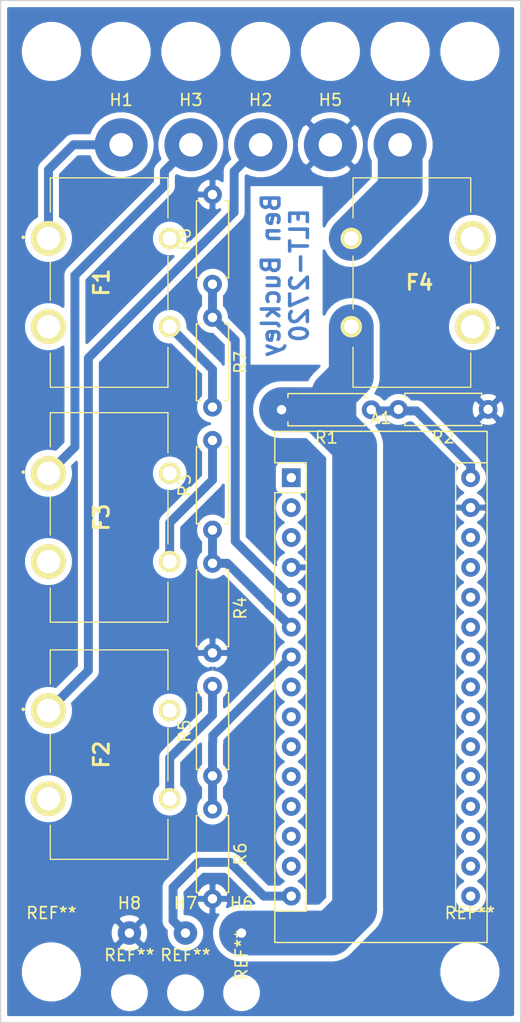
<source format=kicad_pcb>
(kicad_pcb (version 20171130) (host pcbnew 5.1.5+dfsg1-2build2)

  (general
    (thickness 1.6)
    (drawings 7)
    (tracks 61)
    (zones 0)
    (modules 33)
    (nets 46)
  )

  (page A4)
  (layers
    (0 F.Cu signal hide)
    (31 B.Cu signal)
    (32 B.Adhes user hide)
    (33 F.Adhes user hide)
    (34 B.Paste user hide)
    (35 F.Paste user hide)
    (36 B.SilkS user hide)
    (37 F.SilkS user hide)
    (38 B.Mask user)
    (39 F.Mask user hide)
    (40 Dwgs.User user hide)
    (41 Cmts.User user hide)
    (42 Eco1.User user hide)
    (43 Eco2.User user hide)
    (44 Edge.Cuts user)
    (45 Margin user hide)
    (46 B.CrtYd user hide)
    (47 F.CrtYd user hide)
    (48 B.Fab user hide)
    (49 F.Fab user hide)
  )

  (setup
    (last_trace_width 0.25)
    (user_trace_width 0.762)
    (user_trace_width 3.81)
    (trace_clearance 0.381)
    (zone_clearance 0.508)
    (zone_45_only no)
    (trace_min 0.2)
    (via_size 0.8)
    (via_drill 0.4)
    (via_min_size 0.4)
    (via_min_drill 0.3)
    (uvia_size 0.3)
    (uvia_drill 0.1)
    (uvias_allowed no)
    (uvia_min_size 0.2)
    (uvia_min_drill 0.1)
    (edge_width 0.1)
    (segment_width 0.2)
    (pcb_text_width 0.3)
    (pcb_text_size 1.5 1.5)
    (mod_edge_width 0.15)
    (mod_text_size 1 1)
    (mod_text_width 0.15)
    (pad_size 3.4 3.4)
    (pad_drill 1.7)
    (pad_to_mask_clearance 0)
    (aux_axis_origin 0 0)
    (visible_elements FFFFFF7F)
    (pcbplotparams
      (layerselection 0x01050_fffffffe)
      (usegerberextensions false)
      (usegerberattributes false)
      (usegerberadvancedattributes false)
      (creategerberjobfile false)
      (excludeedgelayer true)
      (linewidth 0.100000)
      (plotframeref false)
      (viasonmask false)
      (mode 1)
      (useauxorigin false)
      (hpglpennumber 1)
      (hpglpenspeed 20)
      (hpglpendiameter 15.000000)
      (psnegative false)
      (psa4output false)
      (plotreference true)
      (plotvalue true)
      (plotinvisibletext false)
      (padsonsilk false)
      (subtractmaskfromsilk false)
      (outputformat 1)
      (mirror false)
      (drillshape 0)
      (scaleselection 1)
      (outputdirectory ""))
  )

  (net 0 "")
  (net 1 "Net-(A1-Pad16)")
  (net 2 "Net-(A1-Pad15)")
  (net 3 "Net-(A1-Pad30)")
  (net 4 "Net-(A1-Pad14)")
  (net 5 GNDREF)
  (net 6 "Net-(A1-Pad13)")
  (net 7 "Net-(A1-Pad28)")
  (net 8 "Net-(A1-Pad12)")
  (net 9 "Net-(A1-Pad27)")
  (net 10 "Net-(A1-Pad11)")
  (net 11 "Net-(A1-Pad26)")
  (net 12 "Net-(A1-Pad10)")
  (net 13 "Net-(A1-Pad25)")
  (net 14 "Net-(A1-Pad9)")
  (net 15 "Net-(A1-Pad24)")
  (net 16 "Net-(A1-Pad8)")
  (net 17 "Net-(A1-Pad23)")
  (net 18 "Net-(A1-Pad7)")
  (net 19 "Net-(A1-Pad22)")
  (net 20 "Net-(A1-Pad6)")
  (net 21 "Net-(A1-Pad21)")
  (net 22 "Net-(A1-Pad5)")
  (net 23 "Net-(A1-Pad20)")
  (net 24 "Net-(A1-Pad19)")
  (net 25 "Net-(A1-Pad3)")
  (net 26 "Net-(A1-Pad18)")
  (net 27 "Net-(A1-Pad2)")
  (net 28 "Net-(A1-Pad17)")
  (net 29 "Net-(A1-Pad1)")
  (net 30 "Net-(F1-Pad4)")
  (net 31 "Net-(F1-Pad3)")
  (net 32 "Net-(F1-Pad2)")
  (net 33 "Net-(F2-Pad4)")
  (net 34 "Net-(F2-Pad3)")
  (net 35 "Net-(F2-Pad2)")
  (net 36 "Net-(F3-Pad4)")
  (net 37 "Net-(F3-Pad3)")
  (net 38 "Net-(F3-Pad2)")
  (net 39 "Net-(F4-Pad4)")
  (net 40 "Net-(F4-Pad3)")
  (net 41 "Net-(F4-Pad2)")
  (net 42 "Net-(F1-Pad1)")
  (net 43 "Net-(F2-Pad1)")
  (net 44 "Net-(F3-Pad1)")
  (net 45 "Net-(F4-Pad1)")

  (net_class Default "This is the default net class."
    (clearance 0.381)
    (trace_width 0.25)
    (via_dia 0.8)
    (via_drill 0.4)
    (uvia_dia 0.3)
    (uvia_drill 0.1)
    (add_net GNDREF)
    (add_net "Net-(A1-Pad1)")
    (add_net "Net-(A1-Pad10)")
    (add_net "Net-(A1-Pad11)")
    (add_net "Net-(A1-Pad12)")
    (add_net "Net-(A1-Pad13)")
    (add_net "Net-(A1-Pad14)")
    (add_net "Net-(A1-Pad15)")
    (add_net "Net-(A1-Pad16)")
    (add_net "Net-(A1-Pad17)")
    (add_net "Net-(A1-Pad18)")
    (add_net "Net-(A1-Pad19)")
    (add_net "Net-(A1-Pad2)")
    (add_net "Net-(A1-Pad20)")
    (add_net "Net-(A1-Pad21)")
    (add_net "Net-(A1-Pad22)")
    (add_net "Net-(A1-Pad23)")
    (add_net "Net-(A1-Pad24)")
    (add_net "Net-(A1-Pad25)")
    (add_net "Net-(A1-Pad26)")
    (add_net "Net-(A1-Pad27)")
    (add_net "Net-(A1-Pad28)")
    (add_net "Net-(A1-Pad3)")
    (add_net "Net-(A1-Pad30)")
    (add_net "Net-(A1-Pad5)")
    (add_net "Net-(A1-Pad6)")
    (add_net "Net-(A1-Pad7)")
    (add_net "Net-(A1-Pad8)")
    (add_net "Net-(A1-Pad9)")
    (add_net "Net-(F1-Pad1)")
    (add_net "Net-(F1-Pad2)")
    (add_net "Net-(F1-Pad3)")
    (add_net "Net-(F1-Pad4)")
    (add_net "Net-(F2-Pad1)")
    (add_net "Net-(F2-Pad2)")
    (add_net "Net-(F2-Pad3)")
    (add_net "Net-(F2-Pad4)")
    (add_net "Net-(F3-Pad1)")
    (add_net "Net-(F3-Pad2)")
    (add_net "Net-(F3-Pad3)")
    (add_net "Net-(F3-Pad4)")
    (add_net "Net-(F4-Pad1)")
    (add_net "Net-(F4-Pad2)")
    (add_net "Net-(F4-Pad3)")
    (add_net "Net-(F4-Pad4)")
  )

  (module Resistor_THT:R_Axial_DIN0207_L6.3mm_D2.5mm_P7.62mm_Horizontal (layer F.Cu) (tedit 5AE5139B) (tstamp 6233E61B)
    (at 140.4366 81.7626 90)
    (descr "Resistor, Axial_DIN0207 series, Axial, Horizontal, pin pitch=7.62mm, 0.25W = 1/4W, length*diameter=6.3*2.5mm^2, http://cdn-reichelt.de/documents/datenblatt/B400/1_4W%23YAG.pdf")
    (tags "Resistor Axial_DIN0207 series Axial Horizontal pin pitch 7.62mm 0.25W = 1/4W length 6.3mm diameter 2.5mm")
    (path /620FA2CA)
    (fp_text reference R8 (at 3.81 -2.37 90) (layer F.SilkS)
      (effects (font (size 1 1) (thickness 0.15)))
    )
    (fp_text value 10k (at 3.81 2.37 90) (layer F.Fab)
      (effects (font (size 1 1) (thickness 0.15)))
    )
    (fp_text user %R (at 3.81 0 90) (layer F.Fab)
      (effects (font (size 1 1) (thickness 0.15)))
    )
    (fp_line (start 8.67 -1.5) (end -1.05 -1.5) (layer F.CrtYd) (width 0.05))
    (fp_line (start 8.67 1.5) (end 8.67 -1.5) (layer F.CrtYd) (width 0.05))
    (fp_line (start -1.05 1.5) (end 8.67 1.5) (layer F.CrtYd) (width 0.05))
    (fp_line (start -1.05 -1.5) (end -1.05 1.5) (layer F.CrtYd) (width 0.05))
    (fp_line (start 7.08 1.37) (end 7.08 1.04) (layer F.SilkS) (width 0.12))
    (fp_line (start 0.54 1.37) (end 7.08 1.37) (layer F.SilkS) (width 0.12))
    (fp_line (start 0.54 1.04) (end 0.54 1.37) (layer F.SilkS) (width 0.12))
    (fp_line (start 7.08 -1.37) (end 7.08 -1.04) (layer F.SilkS) (width 0.12))
    (fp_line (start 0.54 -1.37) (end 7.08 -1.37) (layer F.SilkS) (width 0.12))
    (fp_line (start 0.54 -1.04) (end 0.54 -1.37) (layer F.SilkS) (width 0.12))
    (fp_line (start 7.62 0) (end 6.96 0) (layer F.Fab) (width 0.1))
    (fp_line (start 0 0) (end 0.66 0) (layer F.Fab) (width 0.1))
    (fp_line (start 6.96 -1.25) (end 0.66 -1.25) (layer F.Fab) (width 0.1))
    (fp_line (start 6.96 1.25) (end 6.96 -1.25) (layer F.Fab) (width 0.1))
    (fp_line (start 0.66 1.25) (end 6.96 1.25) (layer F.Fab) (width 0.1))
    (fp_line (start 0.66 -1.25) (end 0.66 1.25) (layer F.Fab) (width 0.1))
    (pad 2 thru_hole oval (at 7.62 0 90) (size 1.6 1.6) (drill 0.8) (layers *.Cu *.Mask)
      (net 5 GNDREF))
    (pad 1 thru_hole circle (at 0 0 90) (size 1.6 1.6) (drill 0.8) (layers *.Cu *.Mask)
      (net 22 "Net-(A1-Pad5)"))
    (model ${KISYS3DMOD}/Resistor_THT.3dshapes/R_Axial_DIN0207_L6.3mm_D2.5mm_P7.62mm_Horizontal.wrl
      (at (xyz 0 0 0))
      (scale (xyz 1 1 1))
      (rotate (xyz 0 0 0))
    )
  )

  (module Resistor_THT:R_Axial_DIN0207_L6.3mm_D2.5mm_P7.62mm_Horizontal (layer F.Cu) (tedit 5AE5139B) (tstamp 6233E5B0)
    (at 140.4366 84.58962 270)
    (descr "Resistor, Axial_DIN0207 series, Axial, Horizontal, pin pitch=7.62mm, 0.25W = 1/4W, length*diameter=6.3*2.5mm^2, http://cdn-reichelt.de/documents/datenblatt/B400/1_4W%23YAG.pdf")
    (tags "Resistor Axial_DIN0207 series Axial Horizontal pin pitch 7.62mm 0.25W = 1/4W length 6.3mm diameter 2.5mm")
    (path /620FC6E1)
    (fp_text reference R7 (at 3.81 -2.37 90) (layer F.SilkS)
      (effects (font (size 1 1) (thickness 0.15)))
    )
    (fp_text value 20k (at 3.81 2.37 90) (layer F.Fab)
      (effects (font (size 1 1) (thickness 0.15)))
    )
    (fp_text user %R (at 3.81 0 90) (layer F.Fab)
      (effects (font (size 1 1) (thickness 0.15)))
    )
    (fp_line (start 8.67 -1.5) (end -1.05 -1.5) (layer F.CrtYd) (width 0.05))
    (fp_line (start 8.67 1.5) (end 8.67 -1.5) (layer F.CrtYd) (width 0.05))
    (fp_line (start -1.05 1.5) (end 8.67 1.5) (layer F.CrtYd) (width 0.05))
    (fp_line (start -1.05 -1.5) (end -1.05 1.5) (layer F.CrtYd) (width 0.05))
    (fp_line (start 7.08 1.37) (end 7.08 1.04) (layer F.SilkS) (width 0.12))
    (fp_line (start 0.54 1.37) (end 7.08 1.37) (layer F.SilkS) (width 0.12))
    (fp_line (start 0.54 1.04) (end 0.54 1.37) (layer F.SilkS) (width 0.12))
    (fp_line (start 7.08 -1.37) (end 7.08 -1.04) (layer F.SilkS) (width 0.12))
    (fp_line (start 0.54 -1.37) (end 7.08 -1.37) (layer F.SilkS) (width 0.12))
    (fp_line (start 0.54 -1.04) (end 0.54 -1.37) (layer F.SilkS) (width 0.12))
    (fp_line (start 7.62 0) (end 6.96 0) (layer F.Fab) (width 0.1))
    (fp_line (start 0 0) (end 0.66 0) (layer F.Fab) (width 0.1))
    (fp_line (start 6.96 -1.25) (end 0.66 -1.25) (layer F.Fab) (width 0.1))
    (fp_line (start 6.96 1.25) (end 6.96 -1.25) (layer F.Fab) (width 0.1))
    (fp_line (start 0.66 1.25) (end 6.96 1.25) (layer F.Fab) (width 0.1))
    (fp_line (start 0.66 -1.25) (end 0.66 1.25) (layer F.Fab) (width 0.1))
    (pad 2 thru_hole oval (at 7.62 0 270) (size 1.6 1.6) (drill 0.8) (layers *.Cu *.Mask)
      (net 31 "Net-(F1-Pad3)"))
    (pad 1 thru_hole circle (at 0 0 270) (size 1.6 1.6) (drill 0.8) (layers *.Cu *.Mask)
      (net 22 "Net-(A1-Pad5)"))
    (model ${KISYS3DMOD}/Resistor_THT.3dshapes/R_Axial_DIN0207_L6.3mm_D2.5mm_P7.62mm_Horizontal.wrl
      (at (xyz 0 0 0))
      (scale (xyz 1 1 1))
      (rotate (xyz 0 0 0))
    )
  )

  (module Resistor_THT:R_Axial_DIN0207_L6.3mm_D2.5mm_P7.62mm_Horizontal (layer F.Cu) (tedit 5AE5139B) (tstamp 6233E5F7)
    (at 140.4366 126.3777 270)
    (descr "Resistor, Axial_DIN0207 series, Axial, Horizontal, pin pitch=7.62mm, 0.25W = 1/4W, length*diameter=6.3*2.5mm^2, http://cdn-reichelt.de/documents/datenblatt/B400/1_4W%23YAG.pdf")
    (tags "Resistor Axial_DIN0207 series Axial Horizontal pin pitch 7.62mm 0.25W = 1/4W length 6.3mm diameter 2.5mm")
    (path /620FAD24)
    (fp_text reference R6 (at 3.81 -2.37 90) (layer F.SilkS)
      (effects (font (size 1 1) (thickness 0.15)))
    )
    (fp_text value 10k (at 3.81 2.37 90) (layer F.Fab)
      (effects (font (size 1 1) (thickness 0.15)))
    )
    (fp_text user %R (at 3.81 0 90) (layer F.Fab)
      (effects (font (size 1 1) (thickness 0.15)))
    )
    (fp_line (start 8.67 -1.5) (end -1.05 -1.5) (layer F.CrtYd) (width 0.05))
    (fp_line (start 8.67 1.5) (end 8.67 -1.5) (layer F.CrtYd) (width 0.05))
    (fp_line (start -1.05 1.5) (end 8.67 1.5) (layer F.CrtYd) (width 0.05))
    (fp_line (start -1.05 -1.5) (end -1.05 1.5) (layer F.CrtYd) (width 0.05))
    (fp_line (start 7.08 1.37) (end 7.08 1.04) (layer F.SilkS) (width 0.12))
    (fp_line (start 0.54 1.37) (end 7.08 1.37) (layer F.SilkS) (width 0.12))
    (fp_line (start 0.54 1.04) (end 0.54 1.37) (layer F.SilkS) (width 0.12))
    (fp_line (start 7.08 -1.37) (end 7.08 -1.04) (layer F.SilkS) (width 0.12))
    (fp_line (start 0.54 -1.37) (end 7.08 -1.37) (layer F.SilkS) (width 0.12))
    (fp_line (start 0.54 -1.04) (end 0.54 -1.37) (layer F.SilkS) (width 0.12))
    (fp_line (start 7.62 0) (end 6.96 0) (layer F.Fab) (width 0.1))
    (fp_line (start 0 0) (end 0.66 0) (layer F.Fab) (width 0.1))
    (fp_line (start 6.96 -1.25) (end 0.66 -1.25) (layer F.Fab) (width 0.1))
    (fp_line (start 6.96 1.25) (end 6.96 -1.25) (layer F.Fab) (width 0.1))
    (fp_line (start 0.66 1.25) (end 6.96 1.25) (layer F.Fab) (width 0.1))
    (fp_line (start 0.66 -1.25) (end 0.66 1.25) (layer F.Fab) (width 0.1))
    (pad 2 thru_hole oval (at 7.62 0 270) (size 1.6 1.6) (drill 0.8) (layers *.Cu *.Mask)
      (net 5 GNDREF))
    (pad 1 thru_hole circle (at 0 0 270) (size 1.6 1.6) (drill 0.8) (layers *.Cu *.Mask)
      (net 18 "Net-(A1-Pad7)"))
    (model ${KISYS3DMOD}/Resistor_THT.3dshapes/R_Axial_DIN0207_L6.3mm_D2.5mm_P7.62mm_Horizontal.wrl
      (at (xyz 0 0 0))
      (scale (xyz 1 1 1))
      (rotate (xyz 0 0 0))
    )
  )

  (module Resistor_THT:R_Axial_DIN0207_L6.3mm_D2.5mm_P7.62mm_Horizontal (layer F.Cu) (tedit 5AE5139B) (tstamp 6233E59E)
    (at 140.4366 123.55068 90)
    (descr "Resistor, Axial_DIN0207 series, Axial, Horizontal, pin pitch=7.62mm, 0.25W = 1/4W, length*diameter=6.3*2.5mm^2, http://cdn-reichelt.de/documents/datenblatt/B400/1_4W%23YAG.pdf")
    (tags "Resistor Axial_DIN0207 series Axial Horizontal pin pitch 7.62mm 0.25W = 1/4W length 6.3mm diameter 2.5mm")
    (path /620FD1D0)
    (fp_text reference R5 (at 3.81 -2.37 90) (layer F.SilkS)
      (effects (font (size 1 1) (thickness 0.15)))
    )
    (fp_text value 20k (at 3.81 2.37 90) (layer F.Fab)
      (effects (font (size 1 1) (thickness 0.15)))
    )
    (fp_text user %R (at 3.81 0 90) (layer F.Fab)
      (effects (font (size 1 1) (thickness 0.15)))
    )
    (fp_line (start 8.67 -1.5) (end -1.05 -1.5) (layer F.CrtYd) (width 0.05))
    (fp_line (start 8.67 1.5) (end 8.67 -1.5) (layer F.CrtYd) (width 0.05))
    (fp_line (start -1.05 1.5) (end 8.67 1.5) (layer F.CrtYd) (width 0.05))
    (fp_line (start -1.05 -1.5) (end -1.05 1.5) (layer F.CrtYd) (width 0.05))
    (fp_line (start 7.08 1.37) (end 7.08 1.04) (layer F.SilkS) (width 0.12))
    (fp_line (start 0.54 1.37) (end 7.08 1.37) (layer F.SilkS) (width 0.12))
    (fp_line (start 0.54 1.04) (end 0.54 1.37) (layer F.SilkS) (width 0.12))
    (fp_line (start 7.08 -1.37) (end 7.08 -1.04) (layer F.SilkS) (width 0.12))
    (fp_line (start 0.54 -1.37) (end 7.08 -1.37) (layer F.SilkS) (width 0.12))
    (fp_line (start 0.54 -1.04) (end 0.54 -1.37) (layer F.SilkS) (width 0.12))
    (fp_line (start 7.62 0) (end 6.96 0) (layer F.Fab) (width 0.1))
    (fp_line (start 0 0) (end 0.66 0) (layer F.Fab) (width 0.1))
    (fp_line (start 6.96 -1.25) (end 0.66 -1.25) (layer F.Fab) (width 0.1))
    (fp_line (start 6.96 1.25) (end 6.96 -1.25) (layer F.Fab) (width 0.1))
    (fp_line (start 0.66 1.25) (end 6.96 1.25) (layer F.Fab) (width 0.1))
    (fp_line (start 0.66 -1.25) (end 0.66 1.25) (layer F.Fab) (width 0.1))
    (pad 2 thru_hole oval (at 7.62 0 90) (size 1.6 1.6) (drill 0.8) (layers *.Cu *.Mask)
      (net 34 "Net-(F2-Pad3)"))
    (pad 1 thru_hole circle (at 0 0 90) (size 1.6 1.6) (drill 0.8) (layers *.Cu *.Mask)
      (net 18 "Net-(A1-Pad7)"))
    (model ${KISYS3DMOD}/Resistor_THT.3dshapes/R_Axial_DIN0207_L6.3mm_D2.5mm_P7.62mm_Horizontal.wrl
      (at (xyz 0 0 0))
      (scale (xyz 1 1 1))
      (rotate (xyz 0 0 0))
    )
  )

  (module Resistor_THT:R_Axial_DIN0207_L6.3mm_D2.5mm_P7.62mm_Horizontal (layer F.Cu) (tedit 5AE5139B) (tstamp 6233E609)
    (at 140.4366 105.48366 270)
    (descr "Resistor, Axial_DIN0207 series, Axial, Horizontal, pin pitch=7.62mm, 0.25W = 1/4W, length*diameter=6.3*2.5mm^2, http://cdn-reichelt.de/documents/datenblatt/B400/1_4W%23YAG.pdf")
    (tags "Resistor Axial_DIN0207 series Axial Horizontal pin pitch 7.62mm 0.25W = 1/4W length 6.3mm diameter 2.5mm")
    (path /620FBD59)
    (fp_text reference R4 (at 3.81 -2.37 90) (layer F.SilkS)
      (effects (font (size 1 1) (thickness 0.15)))
    )
    (fp_text value 10k (at 3.81 2.37 90) (layer F.Fab)
      (effects (font (size 1 1) (thickness 0.15)))
    )
    (fp_text user %R (at 3.81 0 90) (layer F.Fab)
      (effects (font (size 1 1) (thickness 0.15)))
    )
    (fp_line (start 8.67 -1.5) (end -1.05 -1.5) (layer F.CrtYd) (width 0.05))
    (fp_line (start 8.67 1.5) (end 8.67 -1.5) (layer F.CrtYd) (width 0.05))
    (fp_line (start -1.05 1.5) (end 8.67 1.5) (layer F.CrtYd) (width 0.05))
    (fp_line (start -1.05 -1.5) (end -1.05 1.5) (layer F.CrtYd) (width 0.05))
    (fp_line (start 7.08 1.37) (end 7.08 1.04) (layer F.SilkS) (width 0.12))
    (fp_line (start 0.54 1.37) (end 7.08 1.37) (layer F.SilkS) (width 0.12))
    (fp_line (start 0.54 1.04) (end 0.54 1.37) (layer F.SilkS) (width 0.12))
    (fp_line (start 7.08 -1.37) (end 7.08 -1.04) (layer F.SilkS) (width 0.12))
    (fp_line (start 0.54 -1.37) (end 7.08 -1.37) (layer F.SilkS) (width 0.12))
    (fp_line (start 0.54 -1.04) (end 0.54 -1.37) (layer F.SilkS) (width 0.12))
    (fp_line (start 7.62 0) (end 6.96 0) (layer F.Fab) (width 0.1))
    (fp_line (start 0 0) (end 0.66 0) (layer F.Fab) (width 0.1))
    (fp_line (start 6.96 -1.25) (end 0.66 -1.25) (layer F.Fab) (width 0.1))
    (fp_line (start 6.96 1.25) (end 6.96 -1.25) (layer F.Fab) (width 0.1))
    (fp_line (start 0.66 1.25) (end 6.96 1.25) (layer F.Fab) (width 0.1))
    (fp_line (start 0.66 -1.25) (end 0.66 1.25) (layer F.Fab) (width 0.1))
    (pad 2 thru_hole oval (at 7.62 0 270) (size 1.6 1.6) (drill 0.8) (layers *.Cu *.Mask)
      (net 5 GNDREF))
    (pad 1 thru_hole circle (at 0 0 270) (size 1.6 1.6) (drill 0.8) (layers *.Cu *.Mask)
      (net 20 "Net-(A1-Pad6)"))
    (model ${KISYS3DMOD}/Resistor_THT.3dshapes/R_Axial_DIN0207_L6.3mm_D2.5mm_P7.62mm_Horizontal.wrl
      (at (xyz 0 0 0))
      (scale (xyz 1 1 1))
      (rotate (xyz 0 0 0))
    )
  )

  (module Resistor_THT:R_Axial_DIN0207_L6.3mm_D2.5mm_P7.62mm_Horizontal (layer F.Cu) (tedit 5AE5139B) (tstamp 6233E6AD)
    (at 140.4366 102.65664 90)
    (descr "Resistor, Axial_DIN0207 series, Axial, Horizontal, pin pitch=7.62mm, 0.25W = 1/4W, length*diameter=6.3*2.5mm^2, http://cdn-reichelt.de/documents/datenblatt/B400/1_4W%23YAG.pdf")
    (tags "Resistor Axial_DIN0207 series Axial Horizontal pin pitch 7.62mm 0.25W = 1/4W length 6.3mm diameter 2.5mm")
    (path /620FD795)
    (fp_text reference R3 (at 3.81 -2.37 90) (layer F.SilkS)
      (effects (font (size 1 1) (thickness 0.15)))
    )
    (fp_text value 20k (at 3.81 2.37 90) (layer F.Fab)
      (effects (font (size 1 1) (thickness 0.15)))
    )
    (fp_text user %R (at 3.81 0 90) (layer F.Fab)
      (effects (font (size 1 1) (thickness 0.15)))
    )
    (fp_line (start 8.67 -1.5) (end -1.05 -1.5) (layer F.CrtYd) (width 0.05))
    (fp_line (start 8.67 1.5) (end 8.67 -1.5) (layer F.CrtYd) (width 0.05))
    (fp_line (start -1.05 1.5) (end 8.67 1.5) (layer F.CrtYd) (width 0.05))
    (fp_line (start -1.05 -1.5) (end -1.05 1.5) (layer F.CrtYd) (width 0.05))
    (fp_line (start 7.08 1.37) (end 7.08 1.04) (layer F.SilkS) (width 0.12))
    (fp_line (start 0.54 1.37) (end 7.08 1.37) (layer F.SilkS) (width 0.12))
    (fp_line (start 0.54 1.04) (end 0.54 1.37) (layer F.SilkS) (width 0.12))
    (fp_line (start 7.08 -1.37) (end 7.08 -1.04) (layer F.SilkS) (width 0.12))
    (fp_line (start 0.54 -1.37) (end 7.08 -1.37) (layer F.SilkS) (width 0.12))
    (fp_line (start 0.54 -1.04) (end 0.54 -1.37) (layer F.SilkS) (width 0.12))
    (fp_line (start 7.62 0) (end 6.96 0) (layer F.Fab) (width 0.1))
    (fp_line (start 0 0) (end 0.66 0) (layer F.Fab) (width 0.1))
    (fp_line (start 6.96 -1.25) (end 0.66 -1.25) (layer F.Fab) (width 0.1))
    (fp_line (start 6.96 1.25) (end 6.96 -1.25) (layer F.Fab) (width 0.1))
    (fp_line (start 0.66 1.25) (end 6.96 1.25) (layer F.Fab) (width 0.1))
    (fp_line (start 0.66 -1.25) (end 0.66 1.25) (layer F.Fab) (width 0.1))
    (pad 2 thru_hole oval (at 7.62 0 90) (size 1.6 1.6) (drill 0.8) (layers *.Cu *.Mask)
      (net 37 "Net-(F3-Pad3)"))
    (pad 1 thru_hole circle (at 0 0 90) (size 1.6 1.6) (drill 0.8) (layers *.Cu *.Mask)
      (net 20 "Net-(A1-Pad6)"))
    (model ${KISYS3DMOD}/Resistor_THT.3dshapes/R_Axial_DIN0207_L6.3mm_D2.5mm_P7.62mm_Horizontal.wrl
      (at (xyz 0 0 0))
      (scale (xyz 1 1 1))
      (rotate (xyz 0 0 0))
    )
  )

  (module Resistor_THT:R_Axial_DIN0207_L6.3mm_D2.5mm_P7.62mm_Horizontal (layer F.Cu) (tedit 5AE5139B) (tstamp 6233E69B)
    (at 163.8554 92.4052 180)
    (descr "Resistor, Axial_DIN0207 series, Axial, Horizontal, pin pitch=7.62mm, 0.25W = 1/4W, length*diameter=6.3*2.5mm^2, http://cdn-reichelt.de/documents/datenblatt/B400/1_4W%23YAG.pdf")
    (tags "Resistor Axial_DIN0207 series Axial Horizontal pin pitch 7.62mm 0.25W = 1/4W length 6.3mm diameter 2.5mm")
    (path /6215E3A8)
    (fp_text reference R2 (at 3.81 -2.37) (layer F.SilkS)
      (effects (font (size 1 1) (thickness 0.15)))
    )
    (fp_text value 300 (at 3.81 2.37) (layer F.Fab)
      (effects (font (size 1 1) (thickness 0.15)))
    )
    (fp_text user %R (at 3.81 0) (layer F.Fab)
      (effects (font (size 1 1) (thickness 0.15)))
    )
    (fp_line (start 8.67 -1.5) (end -1.05 -1.5) (layer F.CrtYd) (width 0.05))
    (fp_line (start 8.67 1.5) (end 8.67 -1.5) (layer F.CrtYd) (width 0.05))
    (fp_line (start -1.05 1.5) (end 8.67 1.5) (layer F.CrtYd) (width 0.05))
    (fp_line (start -1.05 -1.5) (end -1.05 1.5) (layer F.CrtYd) (width 0.05))
    (fp_line (start 7.08 1.37) (end 7.08 1.04) (layer F.SilkS) (width 0.12))
    (fp_line (start 0.54 1.37) (end 7.08 1.37) (layer F.SilkS) (width 0.12))
    (fp_line (start 0.54 1.04) (end 0.54 1.37) (layer F.SilkS) (width 0.12))
    (fp_line (start 7.08 -1.37) (end 7.08 -1.04) (layer F.SilkS) (width 0.12))
    (fp_line (start 0.54 -1.37) (end 7.08 -1.37) (layer F.SilkS) (width 0.12))
    (fp_line (start 0.54 -1.04) (end 0.54 -1.37) (layer F.SilkS) (width 0.12))
    (fp_line (start 7.62 0) (end 6.96 0) (layer F.Fab) (width 0.1))
    (fp_line (start 0 0) (end 0.66 0) (layer F.Fab) (width 0.1))
    (fp_line (start 6.96 -1.25) (end 0.66 -1.25) (layer F.Fab) (width 0.1))
    (fp_line (start 6.96 1.25) (end 6.96 -1.25) (layer F.Fab) (width 0.1))
    (fp_line (start 0.66 1.25) (end 6.96 1.25) (layer F.Fab) (width 0.1))
    (fp_line (start 0.66 -1.25) (end 0.66 1.25) (layer F.Fab) (width 0.1))
    (pad 2 thru_hole oval (at 7.62 0 180) (size 1.6 1.6) (drill 0.8) (layers *.Cu *.Mask)
      (net 3 "Net-(A1-Pad30)"))
    (pad 1 thru_hole circle (at 0 0 180) (size 1.6 1.6) (drill 0.8) (layers *.Cu *.Mask)
      (net 5 GNDREF))
    (model ${KISYS3DMOD}/Resistor_THT.3dshapes/R_Axial_DIN0207_L6.3mm_D2.5mm_P7.62mm_Horizontal.wrl
      (at (xyz 0 0 0))
      (scale (xyz 1 1 1))
      (rotate (xyz 0 0 0))
    )
  )

  (module Resistor_THT:R_Axial_DIN0207_L6.3mm_D2.5mm_P7.62mm_Horizontal (layer F.Cu) (tedit 5AE5139B) (tstamp 6233E58C)
    (at 153.924 92.4306 180)
    (descr "Resistor, Axial_DIN0207 series, Axial, Horizontal, pin pitch=7.62mm, 0.25W = 1/4W, length*diameter=6.3*2.5mm^2, http://cdn-reichelt.de/documents/datenblatt/B400/1_4W%23YAG.pdf")
    (tags "Resistor Axial_DIN0207 series Axial Horizontal pin pitch 7.62mm 0.25W = 1/4W length 6.3mm diameter 2.5mm")
    (path /6215D85B)
    (fp_text reference R1 (at 3.81 -2.37) (layer F.SilkS)
      (effects (font (size 1 1) (thickness 0.15)))
    )
    (fp_text value 100 (at 3.81 2.37) (layer F.Fab)
      (effects (font (size 1 1) (thickness 0.15)))
    )
    (fp_text user %R (at 3.81 0) (layer F.Fab)
      (effects (font (size 1 1) (thickness 0.15)))
    )
    (fp_line (start 8.67 -1.5) (end -1.05 -1.5) (layer F.CrtYd) (width 0.05))
    (fp_line (start 8.67 1.5) (end 8.67 -1.5) (layer F.CrtYd) (width 0.05))
    (fp_line (start -1.05 1.5) (end 8.67 1.5) (layer F.CrtYd) (width 0.05))
    (fp_line (start -1.05 -1.5) (end -1.05 1.5) (layer F.CrtYd) (width 0.05))
    (fp_line (start 7.08 1.37) (end 7.08 1.04) (layer F.SilkS) (width 0.12))
    (fp_line (start 0.54 1.37) (end 7.08 1.37) (layer F.SilkS) (width 0.12))
    (fp_line (start 0.54 1.04) (end 0.54 1.37) (layer F.SilkS) (width 0.12))
    (fp_line (start 7.08 -1.37) (end 7.08 -1.04) (layer F.SilkS) (width 0.12))
    (fp_line (start 0.54 -1.37) (end 7.08 -1.37) (layer F.SilkS) (width 0.12))
    (fp_line (start 0.54 -1.04) (end 0.54 -1.37) (layer F.SilkS) (width 0.12))
    (fp_line (start 7.62 0) (end 6.96 0) (layer F.Fab) (width 0.1))
    (fp_line (start 0 0) (end 0.66 0) (layer F.Fab) (width 0.1))
    (fp_line (start 6.96 -1.25) (end 0.66 -1.25) (layer F.Fab) (width 0.1))
    (fp_line (start 6.96 1.25) (end 6.96 -1.25) (layer F.Fab) (width 0.1))
    (fp_line (start 0.66 1.25) (end 6.96 1.25) (layer F.Fab) (width 0.1))
    (fp_line (start 0.66 -1.25) (end 0.66 1.25) (layer F.Fab) (width 0.1))
    (pad 2 thru_hole oval (at 7.62 0 180) (size 1.6 1.6) (drill 0.8) (layers *.Cu *.Mask)
      (net 39 "Net-(F4-Pad4)"))
    (pad 1 thru_hole circle (at 0 0 180) (size 1.6 1.6) (drill 0.8) (layers *.Cu *.Mask)
      (net 3 "Net-(A1-Pad30)"))
    (model ${KISYS3DMOD}/Resistor_THT.3dshapes/R_Axial_DIN0207_L6.3mm_D2.5mm_P7.62mm_Horizontal.wrl
      (at (xyz 0 0 0))
      (scale (xyz 1 1 1))
      (rotate (xyz 0 0 0))
    )
  )

  (module Connector_Wire:SolderWirePad_1x01_Drill2mm (layer F.Cu) (tedit 5AEE5ED2) (tstamp 622A0A14)
    (at 150.452664 69.9135)
    (descr "Wire solder connection")
    (tags connector)
    (path /622B9006)
    (attr virtual)
    (fp_text reference H5 (at 0 -3.81) (layer F.SilkS)
      (effects (font (size 1 1) (thickness 0.15)))
    )
    (fp_text value "Bike Ground" (at 0 3.81) (layer F.Fab)
      (effects (font (size 1 1) (thickness 0.15)))
    )
    (fp_line (start 2.75 2.75) (end -2.75 2.75) (layer F.CrtYd) (width 0.05))
    (fp_line (start 2.75 2.75) (end 2.75 -2.75) (layer F.CrtYd) (width 0.05))
    (fp_line (start -2.75 -2.75) (end -2.75 2.75) (layer F.CrtYd) (width 0.05))
    (fp_line (start -2.75 -2.75) (end 2.75 -2.75) (layer F.CrtYd) (width 0.05))
    (fp_text user %R (at 0 0) (layer F.Fab)
      (effects (font (size 1 1) (thickness 0.15)))
    )
    (pad 1 thru_hole circle (at 0 0) (size 4.50088 4.50088) (drill 1.99898) (layers *.Cu *.Mask)
      (net 5 GNDREF))
  )

  (module Connector_Wire:SolderWirePad_1x01_Drill2mm (layer F.Cu) (tedit 5AEE5ED2) (tstamp 622A0A0C)
    (at 156.37933 69.9135)
    (descr "Wire solder connection")
    (tags connector)
    (path /622B0FB1)
    (attr virtual)
    (fp_text reference H4 (at 0 -3.81) (layer F.SilkS)
      (effects (font (size 1 1) (thickness 0.15)))
    )
    (fp_text value "Bike Power" (at 0 3.81) (layer F.Fab)
      (effects (font (size 1 1) (thickness 0.15)))
    )
    (fp_line (start 2.75 2.75) (end -2.75 2.75) (layer F.CrtYd) (width 0.05))
    (fp_line (start 2.75 2.75) (end 2.75 -2.75) (layer F.CrtYd) (width 0.05))
    (fp_line (start -2.75 -2.75) (end -2.75 2.75) (layer F.CrtYd) (width 0.05))
    (fp_line (start -2.75 -2.75) (end 2.75 -2.75) (layer F.CrtYd) (width 0.05))
    (fp_text user %R (at 0 0) (layer F.Fab)
      (effects (font (size 1 1) (thickness 0.15)))
    )
    (pad 1 thru_hole circle (at 0 0) (size 4.50088 4.50088) (drill 1.99898) (layers *.Cu *.Mask)
      (net 40 "Net-(F4-Pad3)"))
  )

  (module Connector_Wire:SolderWirePad_1x01_Drill2mm (layer F.Cu) (tedit 5AEE5ED2) (tstamp 622A0A04)
    (at 138.599332 69.9135)
    (descr "Wire solder connection")
    (tags connector)
    (path /622B1527)
    (attr virtual)
    (fp_text reference H3 (at 0 -3.81) (layer F.SilkS)
      (effects (font (size 1 1) (thickness 0.15)))
    )
    (fp_text value "Bike Right" (at 0 3.81) (layer F.Fab)
      (effects (font (size 1 1) (thickness 0.15)))
    )
    (fp_line (start 2.75 2.75) (end -2.75 2.75) (layer F.CrtYd) (width 0.05))
    (fp_line (start 2.75 2.75) (end 2.75 -2.75) (layer F.CrtYd) (width 0.05))
    (fp_line (start -2.75 -2.75) (end -2.75 2.75) (layer F.CrtYd) (width 0.05))
    (fp_line (start -2.75 -2.75) (end 2.75 -2.75) (layer F.CrtYd) (width 0.05))
    (fp_text user %R (at 0 0) (layer F.Fab)
      (effects (font (size 1 1) (thickness 0.15)))
    )
    (pad 1 thru_hole circle (at 0 0) (size 4.50088 4.50088) (drill 1.99898) (layers *.Cu *.Mask)
      (net 44 "Net-(F3-Pad1)"))
  )

  (module Connector_Wire:SolderWirePad_1x01_Drill2mm (layer F.Cu) (tedit 5AEE5ED2) (tstamp 622A09FC)
    (at 144.525998 69.9135)
    (descr "Wire solder connection")
    (tags connector)
    (path /622B18CF)
    (attr virtual)
    (fp_text reference H2 (at 0 -3.81) (layer F.SilkS)
      (effects (font (size 1 1) (thickness 0.15)))
    )
    (fp_text value "Bike Brake" (at 0 3.81) (layer F.Fab)
      (effects (font (size 1 1) (thickness 0.15)))
    )
    (fp_line (start 2.75 2.75) (end -2.75 2.75) (layer F.CrtYd) (width 0.05))
    (fp_line (start 2.75 2.75) (end 2.75 -2.75) (layer F.CrtYd) (width 0.05))
    (fp_line (start -2.75 -2.75) (end -2.75 2.75) (layer F.CrtYd) (width 0.05))
    (fp_line (start -2.75 -2.75) (end 2.75 -2.75) (layer F.CrtYd) (width 0.05))
    (fp_text user %R (at 0 0) (layer F.Fab)
      (effects (font (size 1 1) (thickness 0.15)))
    )
    (pad 1 thru_hole circle (at 0 0) (size 4.50088 4.50088) (drill 1.99898) (layers *.Cu *.Mask)
      (net 43 "Net-(F2-Pad1)"))
  )

  (module Connector_Wire:SolderWirePad_1x01_Drill2mm (layer F.Cu) (tedit 5AEE5ED2) (tstamp 622A09F4)
    (at 132.672666 69.9135)
    (descr "Wire solder connection")
    (tags connector)
    (path /622B1C15)
    (attr virtual)
    (fp_text reference H1 (at 0 -3.81) (layer F.SilkS)
      (effects (font (size 1 1) (thickness 0.15)))
    )
    (fp_text value "Bike Left" (at 0 3.81) (layer F.Fab)
      (effects (font (size 1 1) (thickness 0.15)))
    )
    (fp_line (start 2.75 2.75) (end -2.75 2.75) (layer F.CrtYd) (width 0.05))
    (fp_line (start 2.75 2.75) (end 2.75 -2.75) (layer F.CrtYd) (width 0.05))
    (fp_line (start -2.75 -2.75) (end -2.75 2.75) (layer F.CrtYd) (width 0.05))
    (fp_line (start -2.75 -2.75) (end 2.75 -2.75) (layer F.CrtYd) (width 0.05))
    (fp_text user %R (at 0 0) (layer F.Fab)
      (effects (font (size 1 1) (thickness 0.15)))
    )
    (pad 1 thru_hole circle (at 0 0) (size 4.50088 4.50088) (drill 1.99898) (layers *.Cu *.Mask)
      (net 42 "Net-(F1-Pad1)"))
  )

  (module 3549-2:35492 (layer F.Cu) (tedit 6227B1B3) (tstamp 6233E666)
    (at 131.6482 81.6229 270)
    (descr 3549-2-1)
    (tags Fuse)
    (path /62286CF1)
    (fp_text reference F1 (at 0 0.643 90) (layer F.SilkS)
      (effects (font (size 1.27 1.27) (thickness 0.254)))
    )
    (fp_text value 1A (at 0 0.643 90) (layer F.SilkS) hide
      (effects (font (size 1.27 1.27) (thickness 0.254)))
    )
    (fp_line (start -8.9 5) (end 8.9 5) (layer Dwgs.User) (width 0.2))
    (fp_line (start 8.9 5) (end 8.9 -5) (layer Dwgs.User) (width 0.2))
    (fp_line (start 8.9 -5) (end -8.9 -5) (layer Dwgs.User) (width 0.2))
    (fp_line (start -8.9 -5) (end -8.9 5) (layer Dwgs.User) (width 0.2))
    (fp_line (start -5.5 -5) (end -8.9 -5) (layer F.SilkS) (width 0.1))
    (fp_line (start -8.9 -5) (end -8.9 -5) (layer F.SilkS) (width 0.1))
    (fp_line (start -8.9 -5) (end -5.5 -5) (layer F.SilkS) (width 0.1))
    (fp_line (start -5.5 -5) (end -5.5 -5) (layer F.SilkS) (width 0.1))
    (fp_line (start -8.9 -5) (end -8.9 -5) (layer F.SilkS) (width 0.1))
    (fp_line (start -8.9 -5) (end -8.9 5) (layer F.SilkS) (width 0.1))
    (fp_line (start -8.9 5) (end -8.9 5) (layer F.SilkS) (width 0.1))
    (fp_line (start -8.9 5) (end -8.9 -5) (layer F.SilkS) (width 0.1))
    (fp_line (start -8.9 5) (end -6 5) (layer F.SilkS) (width 0.1))
    (fp_line (start -6 5) (end -6 5) (layer F.SilkS) (width 0.1))
    (fp_line (start -6 5) (end -8.9 5) (layer F.SilkS) (width 0.1))
    (fp_line (start -8.9 5) (end -8.9 5) (layer F.SilkS) (width 0.1))
    (fp_line (start -1.75 5) (end 1.5 5) (layer F.SilkS) (width 0.1))
    (fp_line (start 1.5 5) (end 1.5 5) (layer F.SilkS) (width 0.1))
    (fp_line (start 1.5 5) (end -1.75 5) (layer F.SilkS) (width 0.1))
    (fp_line (start -1.75 5) (end -1.75 5) (layer F.SilkS) (width 0.1))
    (fp_line (start -2.25 -5) (end 2.25 -5) (layer F.SilkS) (width 0.1))
    (fp_line (start 2.25 -5) (end 2.25 -5) (layer F.SilkS) (width 0.1))
    (fp_line (start 2.25 -5) (end -2.25 -5) (layer F.SilkS) (width 0.1))
    (fp_line (start -2.25 -5) (end -2.25 -5) (layer F.SilkS) (width 0.1))
    (fp_line (start 5.5 -5) (end 8.9 -5) (layer F.SilkS) (width 0.1))
    (fp_line (start 8.9 -5) (end 8.9 -5) (layer F.SilkS) (width 0.1))
    (fp_line (start 8.9 -5) (end 5.5 -5) (layer F.SilkS) (width 0.1))
    (fp_line (start 5.5 -5) (end 5.5 -5) (layer F.SilkS) (width 0.1))
    (fp_line (start 8.9 -5) (end 8.9 -5) (layer F.SilkS) (width 0.1))
    (fp_line (start 8.9 -5) (end 8.9 5) (layer F.SilkS) (width 0.1))
    (fp_line (start 8.9 5) (end 8.9 5) (layer F.SilkS) (width 0.1))
    (fp_line (start 8.9 5) (end 8.9 -5) (layer F.SilkS) (width 0.1))
    (fp_line (start 8.9 5) (end 6 5) (layer F.SilkS) (width 0.1))
    (fp_line (start 6 5) (end 6 5) (layer F.SilkS) (width 0.1))
    (fp_line (start 6 5) (end 8.9 5) (layer F.SilkS) (width 0.1))
    (fp_line (start 8.9 5) (end 8.9 5) (layer F.SilkS) (width 0.1))
    (fp_line (start -9.9 -7.065) (end 9.9 -7.065) (layer Dwgs.User) (width 0.1))
    (fp_line (start 9.9 -7.065) (end 9.9 8.35) (layer Dwgs.User) (width 0.1))
    (fp_line (start 9.9 8.35) (end -9.9 8.35) (layer Dwgs.User) (width 0.1))
    (fp_line (start -9.9 8.35) (end -9.9 -7.065) (layer Dwgs.User) (width 0.1))
    (fp_line (start -3.9 7.3) (end -3.9 7.3) (layer F.SilkS) (width 0.2))
    (fp_line (start -3.8 7.3) (end -3.8 7.3) (layer F.SilkS) (width 0.2))
    (fp_line (start -3.9 7.3) (end -3.9 7.3) (layer F.SilkS) (width 0.2))
    (fp_arc (start -3.85 7.3) (end -3.9 7.3) (angle -180) (layer F.SilkS) (width 0.2))
    (fp_arc (start -3.85 7.3) (end -3.8 7.3) (angle -180) (layer F.SilkS) (width 0.2))
    (fp_arc (start -3.85 7.3) (end -3.9 7.3) (angle -180) (layer F.SilkS) (width 0.2))
    (pad 1 thru_hole circle (at -3.75 5.15) (size 2.97 2.97) (drill 1.98) (layers *.Cu *.Mask F.SilkS)
      (net 42 "Net-(F1-Pad1)"))
    (pad 2 thru_hole circle (at 3.75 5.15) (size 2.97 2.97) (drill 1.98) (layers *.Cu *.Mask F.SilkS)
      (net 32 "Net-(F1-Pad2)"))
    (pad 3 thru_hole circle (at 3.75 -5.15) (size 1.83 1.83) (drill 1.22) (layers *.Cu *.Mask F.SilkS)
      (net 31 "Net-(F1-Pad3)"))
    (pad 4 thru_hole circle (at -3.75 -5.15) (size 1.83 1.83) (drill 1.22) (layers *.Cu *.Mask F.SilkS)
      (net 30 "Net-(F1-Pad4)"))
  )

  (module 3549-2:35492 (layer F.Cu) (tedit 6227B1B3) (tstamp 6233E5C2)
    (at 157.3784 81.6229 90)
    (descr 3549-2-1)
    (tags Fuse)
    (path /622887C7)
    (fp_text reference F4 (at 0 0.643) (layer F.SilkS)
      (effects (font (size 1.27 1.27) (thickness 0.254)))
    )
    (fp_text value 7.5A (at 0 0.643 90) (layer F.SilkS) hide
      (effects (font (size 1.27 1.27) (thickness 0.254)))
    )
    (fp_line (start -8.9 5) (end 8.9 5) (layer Dwgs.User) (width 0.2))
    (fp_line (start 8.9 5) (end 8.9 -5) (layer Dwgs.User) (width 0.2))
    (fp_line (start 8.9 -5) (end -8.9 -5) (layer Dwgs.User) (width 0.2))
    (fp_line (start -8.9 -5) (end -8.9 5) (layer Dwgs.User) (width 0.2))
    (fp_line (start -5.5 -5) (end -8.9 -5) (layer F.SilkS) (width 0.1))
    (fp_line (start -8.9 -5) (end -8.9 -5) (layer F.SilkS) (width 0.1))
    (fp_line (start -8.9 -5) (end -5.5 -5) (layer F.SilkS) (width 0.1))
    (fp_line (start -5.5 -5) (end -5.5 -5) (layer F.SilkS) (width 0.1))
    (fp_line (start -8.9 -5) (end -8.9 -5) (layer F.SilkS) (width 0.1))
    (fp_line (start -8.9 -5) (end -8.9 5) (layer F.SilkS) (width 0.1))
    (fp_line (start -8.9 5) (end -8.9 5) (layer F.SilkS) (width 0.1))
    (fp_line (start -8.9 5) (end -8.9 -5) (layer F.SilkS) (width 0.1))
    (fp_line (start -8.9 5) (end -6 5) (layer F.SilkS) (width 0.1))
    (fp_line (start -6 5) (end -6 5) (layer F.SilkS) (width 0.1))
    (fp_line (start -6 5) (end -8.9 5) (layer F.SilkS) (width 0.1))
    (fp_line (start -8.9 5) (end -8.9 5) (layer F.SilkS) (width 0.1))
    (fp_line (start -1.75 5) (end 1.5 5) (layer F.SilkS) (width 0.1))
    (fp_line (start 1.5 5) (end 1.5 5) (layer F.SilkS) (width 0.1))
    (fp_line (start 1.5 5) (end -1.75 5) (layer F.SilkS) (width 0.1))
    (fp_line (start -1.75 5) (end -1.75 5) (layer F.SilkS) (width 0.1))
    (fp_line (start -2.25 -5) (end 2.25 -5) (layer F.SilkS) (width 0.1))
    (fp_line (start 2.25 -5) (end 2.25 -5) (layer F.SilkS) (width 0.1))
    (fp_line (start 2.25 -5) (end -2.25 -5) (layer F.SilkS) (width 0.1))
    (fp_line (start -2.25 -5) (end -2.25 -5) (layer F.SilkS) (width 0.1))
    (fp_line (start 5.5 -5) (end 8.9 -5) (layer F.SilkS) (width 0.1))
    (fp_line (start 8.9 -5) (end 8.9 -5) (layer F.SilkS) (width 0.1))
    (fp_line (start 8.9 -5) (end 5.5 -5) (layer F.SilkS) (width 0.1))
    (fp_line (start 5.5 -5) (end 5.5 -5) (layer F.SilkS) (width 0.1))
    (fp_line (start 8.9 -5) (end 8.9 -5) (layer F.SilkS) (width 0.1))
    (fp_line (start 8.9 -5) (end 8.9 5) (layer F.SilkS) (width 0.1))
    (fp_line (start 8.9 5) (end 8.9 5) (layer F.SilkS) (width 0.1))
    (fp_line (start 8.9 5) (end 8.9 -5) (layer F.SilkS) (width 0.1))
    (fp_line (start 8.9 5) (end 6 5) (layer F.SilkS) (width 0.1))
    (fp_line (start 6 5) (end 6 5) (layer F.SilkS) (width 0.1))
    (fp_line (start 6 5) (end 8.9 5) (layer F.SilkS) (width 0.1))
    (fp_line (start 8.9 5) (end 8.9 5) (layer F.SilkS) (width 0.1))
    (fp_line (start -9.9 -7.065) (end 9.9 -7.065) (layer Dwgs.User) (width 0.1))
    (fp_line (start 9.9 -7.065) (end 9.9 8.35) (layer Dwgs.User) (width 0.1))
    (fp_line (start 9.9 8.35) (end -9.9 8.35) (layer Dwgs.User) (width 0.1))
    (fp_line (start -9.9 8.35) (end -9.9 -7.065) (layer Dwgs.User) (width 0.1))
    (fp_line (start -3.9 7.3) (end -3.9 7.3) (layer F.SilkS) (width 0.2))
    (fp_line (start -3.8 7.3) (end -3.8 7.3) (layer F.SilkS) (width 0.2))
    (fp_line (start -3.9 7.3) (end -3.9 7.3) (layer F.SilkS) (width 0.2))
    (fp_arc (start -3.85 7.3) (end -3.9 7.3) (angle -180) (layer F.SilkS) (width 0.2))
    (fp_arc (start -3.85 7.3) (end -3.8 7.3) (angle -180) (layer F.SilkS) (width 0.2))
    (fp_arc (start -3.85 7.3) (end -3.9 7.3) (angle -180) (layer F.SilkS) (width 0.2))
    (pad 1 thru_hole circle (at -3.75 5.15 180) (size 2.97 2.97) (drill 1.98) (layers *.Cu *.Mask F.SilkS)
      (net 45 "Net-(F4-Pad1)"))
    (pad 2 thru_hole circle (at 3.75 5.15 180) (size 2.97 2.97) (drill 1.98) (layers *.Cu *.Mask F.SilkS)
      (net 41 "Net-(F4-Pad2)"))
    (pad 3 thru_hole circle (at 3.75 -5.15 180) (size 1.83 1.83) (drill 1.22) (layers *.Cu *.Mask F.SilkS)
      (net 40 "Net-(F4-Pad3)"))
    (pad 4 thru_hole circle (at -3.75 -5.15 180) (size 1.83 1.83) (drill 1.22) (layers *.Cu *.Mask F.SilkS)
      (net 39 "Net-(F4-Pad4)"))
  )

  (module 3549-2:35492 (layer F.Cu) (tedit 6227B1B3) (tstamp 6233E6BF)
    (at 131.6482 121.7422 270)
    (descr 3549-2-1)
    (tags Fuse)
    (path /62287AD4)
    (fp_text reference F2 (at 0 0.643 90) (layer F.SilkS)
      (effects (font (size 1.27 1.27) (thickness 0.254)))
    )
    (fp_text value 1A (at 0 0.643 90) (layer F.SilkS) hide
      (effects (font (size 1.27 1.27) (thickness 0.254)))
    )
    (fp_line (start -8.9 5) (end 8.9 5) (layer Dwgs.User) (width 0.2))
    (fp_line (start 8.9 5) (end 8.9 -5) (layer Dwgs.User) (width 0.2))
    (fp_line (start 8.9 -5) (end -8.9 -5) (layer Dwgs.User) (width 0.2))
    (fp_line (start -8.9 -5) (end -8.9 5) (layer Dwgs.User) (width 0.2))
    (fp_line (start -5.5 -5) (end -8.9 -5) (layer F.SilkS) (width 0.1))
    (fp_line (start -8.9 -5) (end -8.9 -5) (layer F.SilkS) (width 0.1))
    (fp_line (start -8.9 -5) (end -5.5 -5) (layer F.SilkS) (width 0.1))
    (fp_line (start -5.5 -5) (end -5.5 -5) (layer F.SilkS) (width 0.1))
    (fp_line (start -8.9 -5) (end -8.9 -5) (layer F.SilkS) (width 0.1))
    (fp_line (start -8.9 -5) (end -8.9 5) (layer F.SilkS) (width 0.1))
    (fp_line (start -8.9 5) (end -8.9 5) (layer F.SilkS) (width 0.1))
    (fp_line (start -8.9 5) (end -8.9 -5) (layer F.SilkS) (width 0.1))
    (fp_line (start -8.9 5) (end -6 5) (layer F.SilkS) (width 0.1))
    (fp_line (start -6 5) (end -6 5) (layer F.SilkS) (width 0.1))
    (fp_line (start -6 5) (end -8.9 5) (layer F.SilkS) (width 0.1))
    (fp_line (start -8.9 5) (end -8.9 5) (layer F.SilkS) (width 0.1))
    (fp_line (start -1.75 5) (end 1.5 5) (layer F.SilkS) (width 0.1))
    (fp_line (start 1.5 5) (end 1.5 5) (layer F.SilkS) (width 0.1))
    (fp_line (start 1.5 5) (end -1.75 5) (layer F.SilkS) (width 0.1))
    (fp_line (start -1.75 5) (end -1.75 5) (layer F.SilkS) (width 0.1))
    (fp_line (start -2.25 -5) (end 2.25 -5) (layer F.SilkS) (width 0.1))
    (fp_line (start 2.25 -5) (end 2.25 -5) (layer F.SilkS) (width 0.1))
    (fp_line (start 2.25 -5) (end -2.25 -5) (layer F.SilkS) (width 0.1))
    (fp_line (start -2.25 -5) (end -2.25 -5) (layer F.SilkS) (width 0.1))
    (fp_line (start 5.5 -5) (end 8.9 -5) (layer F.SilkS) (width 0.1))
    (fp_line (start 8.9 -5) (end 8.9 -5) (layer F.SilkS) (width 0.1))
    (fp_line (start 8.9 -5) (end 5.5 -5) (layer F.SilkS) (width 0.1))
    (fp_line (start 5.5 -5) (end 5.5 -5) (layer F.SilkS) (width 0.1))
    (fp_line (start 8.9 -5) (end 8.9 -5) (layer F.SilkS) (width 0.1))
    (fp_line (start 8.9 -5) (end 8.9 5) (layer F.SilkS) (width 0.1))
    (fp_line (start 8.9 5) (end 8.9 5) (layer F.SilkS) (width 0.1))
    (fp_line (start 8.9 5) (end 8.9 -5) (layer F.SilkS) (width 0.1))
    (fp_line (start 8.9 5) (end 6 5) (layer F.SilkS) (width 0.1))
    (fp_line (start 6 5) (end 6 5) (layer F.SilkS) (width 0.1))
    (fp_line (start 6 5) (end 8.9 5) (layer F.SilkS) (width 0.1))
    (fp_line (start 8.9 5) (end 8.9 5) (layer F.SilkS) (width 0.1))
    (fp_line (start -9.9 -7.065) (end 9.9 -7.065) (layer Dwgs.User) (width 0.1))
    (fp_line (start 9.9 -7.065) (end 9.9 8.35) (layer Dwgs.User) (width 0.1))
    (fp_line (start 9.9 8.35) (end -9.9 8.35) (layer Dwgs.User) (width 0.1))
    (fp_line (start -9.9 8.35) (end -9.9 -7.065) (layer Dwgs.User) (width 0.1))
    (fp_line (start -3.9 7.3) (end -3.9 7.3) (layer F.SilkS) (width 0.2))
    (fp_line (start -3.8 7.3) (end -3.8 7.3) (layer F.SilkS) (width 0.2))
    (fp_line (start -3.9 7.3) (end -3.9 7.3) (layer F.SilkS) (width 0.2))
    (fp_arc (start -3.85 7.3) (end -3.9 7.3) (angle -180) (layer F.SilkS) (width 0.2))
    (fp_arc (start -3.85 7.3) (end -3.8 7.3) (angle -180) (layer F.SilkS) (width 0.2))
    (fp_arc (start -3.85 7.3) (end -3.9 7.3) (angle -180) (layer F.SilkS) (width 0.2))
    (pad 1 thru_hole circle (at -3.75 5.15) (size 2.97 2.97) (drill 1.98) (layers *.Cu *.Mask F.SilkS)
      (net 43 "Net-(F2-Pad1)"))
    (pad 2 thru_hole circle (at 3.75 5.15) (size 2.97 2.97) (drill 1.98) (layers *.Cu *.Mask F.SilkS)
      (net 35 "Net-(F2-Pad2)"))
    (pad 3 thru_hole circle (at 3.75 -5.15) (size 1.83 1.83) (drill 1.22) (layers *.Cu *.Mask F.SilkS)
      (net 34 "Net-(F2-Pad3)"))
    (pad 4 thru_hole circle (at -3.75 -5.15) (size 1.83 1.83) (drill 1.22) (layers *.Cu *.Mask F.SilkS)
      (net 33 "Net-(F2-Pad4)"))
  )

  (module 3549-2:35492 (layer F.Cu) (tedit 6227B1B3) (tstamp 6233E631)
    (at 131.6482 101.58555 270)
    (descr 3549-2-1)
    (tags Fuse)
    (path /622880EB)
    (fp_text reference F3 (at 0 0.643 90) (layer F.SilkS)
      (effects (font (size 1.27 1.27) (thickness 0.254)))
    )
    (fp_text value 1A (at 0 0.643 90) (layer F.SilkS) hide
      (effects (font (size 1.27 1.27) (thickness 0.254)))
    )
    (fp_line (start -8.9 5) (end 8.9 5) (layer Dwgs.User) (width 0.2))
    (fp_line (start 8.9 5) (end 8.9 -5) (layer Dwgs.User) (width 0.2))
    (fp_line (start 8.9 -5) (end -8.9 -5) (layer Dwgs.User) (width 0.2))
    (fp_line (start -8.9 -5) (end -8.9 5) (layer Dwgs.User) (width 0.2))
    (fp_line (start -5.5 -5) (end -8.9 -5) (layer F.SilkS) (width 0.1))
    (fp_line (start -8.9 -5) (end -8.9 -5) (layer F.SilkS) (width 0.1))
    (fp_line (start -8.9 -5) (end -5.5 -5) (layer F.SilkS) (width 0.1))
    (fp_line (start -5.5 -5) (end -5.5 -5) (layer F.SilkS) (width 0.1))
    (fp_line (start -8.9 -5) (end -8.9 -5) (layer F.SilkS) (width 0.1))
    (fp_line (start -8.9 -5) (end -8.9 5) (layer F.SilkS) (width 0.1))
    (fp_line (start -8.9 5) (end -8.9 5) (layer F.SilkS) (width 0.1))
    (fp_line (start -8.9 5) (end -8.9 -5) (layer F.SilkS) (width 0.1))
    (fp_line (start -8.9 5) (end -6 5) (layer F.SilkS) (width 0.1))
    (fp_line (start -6 5) (end -6 5) (layer F.SilkS) (width 0.1))
    (fp_line (start -6 5) (end -8.9 5) (layer F.SilkS) (width 0.1))
    (fp_line (start -8.9 5) (end -8.9 5) (layer F.SilkS) (width 0.1))
    (fp_line (start -1.75 5) (end 1.5 5) (layer F.SilkS) (width 0.1))
    (fp_line (start 1.5 5) (end 1.5 5) (layer F.SilkS) (width 0.1))
    (fp_line (start 1.5 5) (end -1.75 5) (layer F.SilkS) (width 0.1))
    (fp_line (start -1.75 5) (end -1.75 5) (layer F.SilkS) (width 0.1))
    (fp_line (start -2.25 -5) (end 2.25 -5) (layer F.SilkS) (width 0.1))
    (fp_line (start 2.25 -5) (end 2.25 -5) (layer F.SilkS) (width 0.1))
    (fp_line (start 2.25 -5) (end -2.25 -5) (layer F.SilkS) (width 0.1))
    (fp_line (start -2.25 -5) (end -2.25 -5) (layer F.SilkS) (width 0.1))
    (fp_line (start 5.5 -5) (end 8.9 -5) (layer F.SilkS) (width 0.1))
    (fp_line (start 8.9 -5) (end 8.9 -5) (layer F.SilkS) (width 0.1))
    (fp_line (start 8.9 -5) (end 5.5 -5) (layer F.SilkS) (width 0.1))
    (fp_line (start 5.5 -5) (end 5.5 -5) (layer F.SilkS) (width 0.1))
    (fp_line (start 8.9 -5) (end 8.9 -5) (layer F.SilkS) (width 0.1))
    (fp_line (start 8.9 -5) (end 8.9 5) (layer F.SilkS) (width 0.1))
    (fp_line (start 8.9 5) (end 8.9 5) (layer F.SilkS) (width 0.1))
    (fp_line (start 8.9 5) (end 8.9 -5) (layer F.SilkS) (width 0.1))
    (fp_line (start 8.9 5) (end 6 5) (layer F.SilkS) (width 0.1))
    (fp_line (start 6 5) (end 6 5) (layer F.SilkS) (width 0.1))
    (fp_line (start 6 5) (end 8.9 5) (layer F.SilkS) (width 0.1))
    (fp_line (start 8.9 5) (end 8.9 5) (layer F.SilkS) (width 0.1))
    (fp_line (start -9.9 -7.065) (end 9.9 -7.065) (layer Dwgs.User) (width 0.1))
    (fp_line (start 9.9 -7.065) (end 9.9 8.35) (layer Dwgs.User) (width 0.1))
    (fp_line (start 9.9 8.35) (end -9.9 8.35) (layer Dwgs.User) (width 0.1))
    (fp_line (start -9.9 8.35) (end -9.9 -7.065) (layer Dwgs.User) (width 0.1))
    (fp_line (start -3.9 7.3) (end -3.9 7.3) (layer F.SilkS) (width 0.2))
    (fp_line (start -3.8 7.3) (end -3.8 7.3) (layer F.SilkS) (width 0.2))
    (fp_line (start -3.9 7.3) (end -3.9 7.3) (layer F.SilkS) (width 0.2))
    (fp_arc (start -3.85 7.3) (end -3.9 7.3) (angle -180) (layer F.SilkS) (width 0.2))
    (fp_arc (start -3.85 7.3) (end -3.8 7.3) (angle -180) (layer F.SilkS) (width 0.2))
    (fp_arc (start -3.85 7.3) (end -3.9 7.3) (angle -180) (layer F.SilkS) (width 0.2))
    (pad 1 thru_hole circle (at -3.75 5.15) (size 2.97 2.97) (drill 1.98) (layers *.Cu *.Mask F.SilkS)
      (net 44 "Net-(F3-Pad1)"))
    (pad 2 thru_hole circle (at 3.75 5.15) (size 2.97 2.97) (drill 1.98) (layers *.Cu *.Mask F.SilkS)
      (net 38 "Net-(F3-Pad2)"))
    (pad 3 thru_hole circle (at 3.75 -5.15) (size 1.83 1.83) (drill 1.22) (layers *.Cu *.Mask F.SilkS)
      (net 37 "Net-(F3-Pad3)"))
    (pad 4 thru_hole circle (at -3.75 -5.15) (size 1.83 1.83) (drill 1.22) (layers *.Cu *.Mask F.SilkS)
      (net 36 "Net-(F3-Pad4)"))
  )

  (module Module:Arduino_Nano (layer F.Cu) (tedit 58ACAF70) (tstamp 6233E550)
    (at 147.1295 98.2091)
    (descr "Arduino Nano, http://www.mouser.com/pdfdocs/Gravitech_Arduino_Nano3_0.pdf")
    (tags "Arduino Nano")
    (path /620C4B1E)
    (fp_text reference A1 (at 7.62 -5.08) (layer F.SilkS)
      (effects (font (size 1 1) (thickness 0.15)))
    )
    (fp_text value Arduino_Nano_v3.x (at 8.89 19.05 90) (layer F.Fab)
      (effects (font (size 1 1) (thickness 0.15)))
    )
    (fp_text user %R (at 6.35 19.05 90) (layer F.Fab)
      (effects (font (size 1 1) (thickness 0.15)))
    )
    (fp_line (start 1.27 1.27) (end 1.27 -1.27) (layer F.SilkS) (width 0.12))
    (fp_line (start 1.27 -1.27) (end -1.4 -1.27) (layer F.SilkS) (width 0.12))
    (fp_line (start -1.4 1.27) (end -1.4 39.5) (layer F.SilkS) (width 0.12))
    (fp_line (start -1.4 -3.94) (end -1.4 -1.27) (layer F.SilkS) (width 0.12))
    (fp_line (start 13.97 -1.27) (end 16.64 -1.27) (layer F.SilkS) (width 0.12))
    (fp_line (start 13.97 -1.27) (end 13.97 36.83) (layer F.SilkS) (width 0.12))
    (fp_line (start 13.97 36.83) (end 16.64 36.83) (layer F.SilkS) (width 0.12))
    (fp_line (start 1.27 1.27) (end -1.4 1.27) (layer F.SilkS) (width 0.12))
    (fp_line (start 1.27 1.27) (end 1.27 36.83) (layer F.SilkS) (width 0.12))
    (fp_line (start 1.27 36.83) (end -1.4 36.83) (layer F.SilkS) (width 0.12))
    (fp_line (start 3.81 31.75) (end 11.43 31.75) (layer F.Fab) (width 0.1))
    (fp_line (start 11.43 31.75) (end 11.43 41.91) (layer F.Fab) (width 0.1))
    (fp_line (start 11.43 41.91) (end 3.81 41.91) (layer F.Fab) (width 0.1))
    (fp_line (start 3.81 41.91) (end 3.81 31.75) (layer F.Fab) (width 0.1))
    (fp_line (start -1.4 39.5) (end 16.64 39.5) (layer F.SilkS) (width 0.12))
    (fp_line (start 16.64 39.5) (end 16.64 -3.94) (layer F.SilkS) (width 0.12))
    (fp_line (start 16.64 -3.94) (end -1.4 -3.94) (layer F.SilkS) (width 0.12))
    (fp_line (start 16.51 39.37) (end -1.27 39.37) (layer F.Fab) (width 0.1))
    (fp_line (start -1.27 39.37) (end -1.27 -2.54) (layer F.Fab) (width 0.1))
    (fp_line (start -1.27 -2.54) (end 0 -3.81) (layer F.Fab) (width 0.1))
    (fp_line (start 0 -3.81) (end 16.51 -3.81) (layer F.Fab) (width 0.1))
    (fp_line (start 16.51 -3.81) (end 16.51 39.37) (layer F.Fab) (width 0.1))
    (fp_line (start -1.53 -4.06) (end 16.75 -4.06) (layer F.CrtYd) (width 0.05))
    (fp_line (start -1.53 -4.06) (end -1.53 42.16) (layer F.CrtYd) (width 0.05))
    (fp_line (start 16.75 42.16) (end 16.75 -4.06) (layer F.CrtYd) (width 0.05))
    (fp_line (start 16.75 42.16) (end -1.53 42.16) (layer F.CrtYd) (width 0.05))
    (pad 1 thru_hole rect (at 0 0) (size 1.6 1.6) (drill 0.8) (layers *.Cu *.Mask)
      (net 29 "Net-(A1-Pad1)"))
    (pad 17 thru_hole oval (at 15.24 33.02) (size 1.6 1.6) (drill 0.8) (layers *.Cu *.Mask)
      (net 28 "Net-(A1-Pad17)"))
    (pad 2 thru_hole oval (at 0 2.54) (size 1.6 1.6) (drill 0.8) (layers *.Cu *.Mask)
      (net 27 "Net-(A1-Pad2)"))
    (pad 18 thru_hole oval (at 15.24 30.48) (size 1.6 1.6) (drill 0.8) (layers *.Cu *.Mask)
      (net 26 "Net-(A1-Pad18)"))
    (pad 3 thru_hole oval (at 0 5.08) (size 1.6 1.6) (drill 0.8) (layers *.Cu *.Mask)
      (net 25 "Net-(A1-Pad3)"))
    (pad 19 thru_hole oval (at 15.24 27.94) (size 1.6 1.6) (drill 0.8) (layers *.Cu *.Mask)
      (net 24 "Net-(A1-Pad19)"))
    (pad 4 thru_hole oval (at 0 7.62) (size 1.6 1.6) (drill 0.8) (layers *.Cu *.Mask)
      (net 5 GNDREF))
    (pad 20 thru_hole oval (at 15.24 25.4) (size 1.6 1.6) (drill 0.8) (layers *.Cu *.Mask)
      (net 23 "Net-(A1-Pad20)"))
    (pad 5 thru_hole oval (at 0 10.16) (size 1.6 1.6) (drill 0.8) (layers *.Cu *.Mask)
      (net 22 "Net-(A1-Pad5)"))
    (pad 21 thru_hole oval (at 15.24 22.86) (size 1.6 1.6) (drill 0.8) (layers *.Cu *.Mask)
      (net 21 "Net-(A1-Pad21)"))
    (pad 6 thru_hole oval (at 0 12.7) (size 1.6 1.6) (drill 0.8) (layers *.Cu *.Mask)
      (net 20 "Net-(A1-Pad6)"))
    (pad 22 thru_hole oval (at 15.24 20.32) (size 1.6 1.6) (drill 0.8) (layers *.Cu *.Mask)
      (net 19 "Net-(A1-Pad22)"))
    (pad 7 thru_hole oval (at 0 15.24) (size 1.6 1.6) (drill 0.8) (layers *.Cu *.Mask)
      (net 18 "Net-(A1-Pad7)"))
    (pad 23 thru_hole oval (at 15.24 17.78) (size 1.6 1.6) (drill 0.8) (layers *.Cu *.Mask)
      (net 17 "Net-(A1-Pad23)"))
    (pad 8 thru_hole oval (at 0 17.78) (size 1.6 1.6) (drill 0.8) (layers *.Cu *.Mask)
      (net 16 "Net-(A1-Pad8)"))
    (pad 24 thru_hole oval (at 15.24 15.24) (size 1.6 1.6) (drill 0.8) (layers *.Cu *.Mask)
      (net 15 "Net-(A1-Pad24)"))
    (pad 9 thru_hole oval (at 0 20.32) (size 1.6 1.6) (drill 0.8) (layers *.Cu *.Mask)
      (net 14 "Net-(A1-Pad9)"))
    (pad 25 thru_hole oval (at 15.24 12.7) (size 1.6 1.6) (drill 0.8) (layers *.Cu *.Mask)
      (net 13 "Net-(A1-Pad25)"))
    (pad 10 thru_hole oval (at 0 22.86) (size 1.6 1.6) (drill 0.8) (layers *.Cu *.Mask)
      (net 12 "Net-(A1-Pad10)"))
    (pad 26 thru_hole oval (at 15.24 10.16) (size 1.6 1.6) (drill 0.8) (layers *.Cu *.Mask)
      (net 11 "Net-(A1-Pad26)"))
    (pad 11 thru_hole oval (at 0 25.4) (size 1.6 1.6) (drill 0.8) (layers *.Cu *.Mask)
      (net 10 "Net-(A1-Pad11)"))
    (pad 27 thru_hole oval (at 15.24 7.62) (size 1.6 1.6) (drill 0.8) (layers *.Cu *.Mask)
      (net 9 "Net-(A1-Pad27)"))
    (pad 12 thru_hole oval (at 0 27.94) (size 1.6 1.6) (drill 0.8) (layers *.Cu *.Mask)
      (net 8 "Net-(A1-Pad12)"))
    (pad 28 thru_hole oval (at 15.24 5.08) (size 1.6 1.6) (drill 0.8) (layers *.Cu *.Mask)
      (net 7 "Net-(A1-Pad28)"))
    (pad 13 thru_hole oval (at 0 30.48) (size 1.6 1.6) (drill 0.8) (layers *.Cu *.Mask)
      (net 6 "Net-(A1-Pad13)"))
    (pad 29 thru_hole oval (at 15.24 2.54) (size 1.6 1.6) (drill 0.8) (layers *.Cu *.Mask)
      (net 5 GNDREF))
    (pad 14 thru_hole oval (at 0 33.02) (size 1.6 1.6) (drill 0.8) (layers *.Cu *.Mask)
      (net 4 "Net-(A1-Pad14)"))
    (pad 30 thru_hole oval (at 15.24 0) (size 1.6 1.6) (drill 0.8) (layers *.Cu *.Mask)
      (net 3 "Net-(A1-Pad30)"))
    (pad 15 thru_hole oval (at 0 35.56) (size 1.6 1.6) (drill 0.8) (layers *.Cu *.Mask)
      (net 2 "Net-(A1-Pad15)"))
    (pad 16 thru_hole oval (at 15.24 35.56) (size 1.6 1.6) (drill 0.8) (layers *.Cu *.Mask)
      (net 1 "Net-(A1-Pad16)"))
    (model ${KISYS3DMOD}/Module.3dshapes/Arduino_Nano_WithMountingHoles.wrl
      (at (xyz 0 0 0))
      (scale (xyz 1 1 1))
      (rotate (xyz 0 0 0))
    )
  )

  (module MountingHole:MountingHole_4mm (layer F.Cu) (tedit 56D1B4CB) (tstamp 62320BB3)
    (at 162.306 140.208)
    (descr "Mounting Hole 4mm, no annular")
    (tags "mounting hole 4mm no annular")
    (attr virtual)
    (fp_text reference REF** (at 0 -5) (layer F.SilkS)
      (effects (font (size 1 1) (thickness 0.15)))
    )
    (fp_text value MountingHole_4mm (at 0 5) (layer F.Fab)
      (effects (font (size 1 1) (thickness 0.15)))
    )
    (fp_circle (center 0 0) (end 4.25 0) (layer F.CrtYd) (width 0.05))
    (fp_circle (center 0 0) (end 4 0) (layer Cmts.User) (width 0.15))
    (fp_text user %R (at 0.3 0) (layer F.Fab)
      (effects (font (size 1 1) (thickness 0.15)))
    )
    (pad 1 np_thru_hole circle (at 0 0) (size 4 4) (drill 4) (layers *.Cu *.Mask))
  )

  (module MountingHole:MountingHole_4mm (layer F.Cu) (tedit 56D1B4CB) (tstamp 62320B9D)
    (at 126.746 140.208)
    (descr "Mounting Hole 4mm, no annular")
    (tags "mounting hole 4mm no annular")
    (attr virtual)
    (fp_text reference REF** (at 0 -5) (layer F.SilkS)
      (effects (font (size 1 1) (thickness 0.15)))
    )
    (fp_text value MountingHole_4mm (at 0 5) (layer F.Fab)
      (effects (font (size 1 1) (thickness 0.15)))
    )
    (fp_circle (center 0 0) (end 4.25 0) (layer F.CrtYd) (width 0.05))
    (fp_circle (center 0 0) (end 4 0) (layer Cmts.User) (width 0.15))
    (fp_text user %R (at 0.3 0) (layer F.Fab)
      (effects (font (size 1 1) (thickness 0.15)))
    )
    (pad 1 np_thru_hole circle (at 0 0) (size 4 4) (drill 4) (layers *.Cu *.Mask))
  )

  (module MountingHole:MountingHole_4mm (layer F.Cu) (tedit 56D1B4CB) (tstamp 62320B87)
    (at 126.746 61.976)
    (descr "Mounting Hole 4mm, no annular")
    (tags "mounting hole 4mm no annular")
    (attr virtual)
    (fp_text reference REF** (at 0 -5) (layer F.SilkS)
      (effects (font (size 1 1) (thickness 0.15)))
    )
    (fp_text value MountingHole_4mm (at 0 5) (layer F.Fab)
      (effects (font (size 1 1) (thickness 0.15)))
    )
    (fp_circle (center 0 0) (end 4.25 0) (layer F.CrtYd) (width 0.05))
    (fp_circle (center 0 0) (end 4 0) (layer Cmts.User) (width 0.15))
    (fp_text user %R (at 0.3 0) (layer F.Fab)
      (effects (font (size 1 1) (thickness 0.15)))
    )
    (pad 1 np_thru_hole circle (at 0 0) (size 4 4) (drill 4) (layers *.Cu *.Mask))
  )

  (module MountingHole:MountingHole_4mm (layer F.Cu) (tedit 56D1B4CB) (tstamp 62320B71)
    (at 162.306 61.976)
    (descr "Mounting Hole 4mm, no annular")
    (tags "mounting hole 4mm no annular")
    (attr virtual)
    (fp_text reference REF** (at 0 -5) (layer F.SilkS)
      (effects (font (size 1 1) (thickness 0.15)))
    )
    (fp_text value MountingHole_4mm (at 0 5) (layer F.Fab)
      (effects (font (size 1 1) (thickness 0.15)))
    )
    (fp_circle (center 0 0) (end 4.25 0) (layer F.CrtYd) (width 0.05))
    (fp_circle (center 0 0) (end 4 0) (layer Cmts.User) (width 0.15))
    (fp_text user %R (at 0.3 0) (layer F.Fab)
      (effects (font (size 1 1) (thickness 0.15)))
    )
    (pad 1 np_thru_hole circle (at 0 0) (size 4 4) (drill 4) (layers *.Cu *.Mask))
  )

  (module MountingHole:MountingHole_4mm (layer F.Cu) (tedit 56D1B4CB) (tstamp 62313719)
    (at 144.525998 61.976)
    (descr "Mounting Hole 4mm, no annular")
    (tags "mounting hole 4mm no annular")
    (attr virtual)
    (fp_text reference REF** (at 0 -5) (layer F.SilkS)
      (effects (font (size 1 1) (thickness 0.15)))
    )
    (fp_text value MountingHole_4mm (at 0 5) (layer F.Fab)
      (effects (font (size 1 1) (thickness 0.15)))
    )
    (fp_circle (center 0 0) (end 4.25 0) (layer F.CrtYd) (width 0.05))
    (fp_circle (center 0 0) (end 4 0) (layer Cmts.User) (width 0.15))
    (fp_text user %R (at 0.3 0) (layer F.Fab)
      (effects (font (size 1 1) (thickness 0.15)))
    )
    (pad 1 np_thru_hole circle (at 0 0) (size 4 4) (drill 4) (layers *.Cu *.Mask))
  )

  (module MountingHole:MountingHole_4mm (layer F.Cu) (tedit 56D1B4CB) (tstamp 6231372F)
    (at 150.452664 61.976)
    (descr "Mounting Hole 4mm, no annular")
    (tags "mounting hole 4mm no annular")
    (attr virtual)
    (fp_text reference REF** (at 0 -5) (layer F.SilkS)
      (effects (font (size 1 1) (thickness 0.15)))
    )
    (fp_text value MountingHole_4mm (at 0 5) (layer F.Fab)
      (effects (font (size 1 1) (thickness 0.15)))
    )
    (fp_circle (center 0 0) (end 4.25 0) (layer F.CrtYd) (width 0.05))
    (fp_circle (center 0 0) (end 4 0) (layer Cmts.User) (width 0.15))
    (fp_text user %R (at 0.3 0) (layer F.Fab)
      (effects (font (size 1 1) (thickness 0.15)))
    )
    (pad 1 np_thru_hole circle (at 0 0) (size 4 4) (drill 4) (layers *.Cu *.Mask))
  )

  (module MountingHole:MountingHole_4mm (layer F.Cu) (tedit 56D1B4CB) (tstamp 62313703)
    (at 138.599332 61.976)
    (descr "Mounting Hole 4mm, no annular")
    (tags "mounting hole 4mm no annular")
    (attr virtual)
    (fp_text reference REF** (at 0 -5) (layer F.SilkS)
      (effects (font (size 1 1) (thickness 0.15)))
    )
    (fp_text value MountingHole_4mm (at 0 5) (layer F.Fab)
      (effects (font (size 1 1) (thickness 0.15)))
    )
    (fp_circle (center 0 0) (end 4.25 0) (layer F.CrtYd) (width 0.05))
    (fp_circle (center 0 0) (end 4 0) (layer Cmts.User) (width 0.15))
    (fp_text user %R (at 0.3 0) (layer F.Fab)
      (effects (font (size 1 1) (thickness 0.15)))
    )
    (pad 1 np_thru_hole circle (at 0 0) (size 4 4) (drill 4) (layers *.Cu *.Mask))
  )

  (module MountingHole:MountingHole_4mm (layer F.Cu) (tedit 56D1B4CB) (tstamp 6231360C)
    (at 132.672666 61.976)
    (descr "Mounting Hole 4mm, no annular")
    (tags "mounting hole 4mm no annular")
    (attr virtual)
    (fp_text reference REF** (at 0 -5) (layer F.SilkS)
      (effects (font (size 1 1) (thickness 0.15)))
    )
    (fp_text value MountingHole_4mm (at 0 5) (layer F.Fab)
      (effects (font (size 1 1) (thickness 0.15)))
    )
    (fp_circle (center 0 0) (end 4.25 0) (layer F.CrtYd) (width 0.05))
    (fp_circle (center 0 0) (end 4 0) (layer Cmts.User) (width 0.15))
    (fp_text user %R (at 0.3 0) (layer F.Fab)
      (effects (font (size 1 1) (thickness 0.15)))
    )
    (pad 1 np_thru_hole circle (at 0 0) (size 4 4) (drill 4) (layers *.Cu *.Mask))
  )

  (module MountingHole:MountingHole_4mm (layer F.Cu) (tedit 56D1B4CB) (tstamp 62313664)
    (at 156.37933 61.976)
    (descr "Mounting Hole 4mm, no annular")
    (tags "mounting hole 4mm no annular")
    (attr virtual)
    (fp_text reference REF** (at 0 -5) (layer F.SilkS)
      (effects (font (size 1 1) (thickness 0.15)))
    )
    (fp_text value MountingHole_4mm (at 0 5) (layer F.Fab)
      (effects (font (size 1 1) (thickness 0.15)))
    )
    (fp_circle (center 0 0) (end 4.25 0) (layer F.CrtYd) (width 0.05))
    (fp_circle (center 0 0) (end 4 0) (layer Cmts.User) (width 0.15))
    (fp_text user %R (at 0.3 0) (layer F.Fab)
      (effects (font (size 1 1) (thickness 0.15)))
    )
    (pad 1 np_thru_hole circle (at 0 0) (size 4 4) (drill 4) (layers *.Cu *.Mask))
  )

  (module MountingHole:MountingHole_2.1mm (layer F.Cu) (tedit 5B924765) (tstamp 623133B5)
    (at 142.9004 141.986)
    (descr "Mounting Hole 2.1mm, no annular")
    (tags "mounting hole 2.1mm no annular")
    (attr virtual)
    (fp_text reference REF** (at 0 -3.2 90) (layer F.SilkS)
      (effects (font (size 1 1) (thickness 0.15)))
    )
    (fp_text value MountingHole_2.1mm (at 0 3.2) (layer F.Fab)
      (effects (font (size 1 1) (thickness 0.15)))
    )
    (fp_text user %R (at 0.3 0) (layer F.Fab)
      (effects (font (size 1 1) (thickness 0.15)))
    )
    (fp_circle (center 0 0) (end 2.1 0) (layer Cmts.User) (width 0.15))
    (fp_circle (center 0 0) (end 2.35 0) (layer F.CrtYd) (width 0.05))
    (pad "" np_thru_hole circle (at 0 0) (size 2.1 2.1) (drill 2.1) (layers *.Cu *.Mask))
  )

  (module MountingHole:MountingHole_2.1mm (layer F.Cu) (tedit 5B924765) (tstamp 6231339F)
    (at 138.1379 141.986)
    (descr "Mounting Hole 2.1mm, no annular")
    (tags "mounting hole 2.1mm no annular")
    (attr virtual)
    (fp_text reference REF** (at 0 -3.2) (layer F.SilkS)
      (effects (font (size 1 1) (thickness 0.15)))
    )
    (fp_text value MountingHole_2.1mm (at 0 3.2) (layer F.Fab)
      (effects (font (size 1 1) (thickness 0.15)))
    )
    (fp_circle (center 0 0) (end 2.35 0) (layer F.CrtYd) (width 0.05))
    (fp_circle (center 0 0) (end 2.1 0) (layer Cmts.User) (width 0.15))
    (fp_text user %R (at 0.3 0) (layer F.Fab)
      (effects (font (size 1 1) (thickness 0.15)))
    )
    (pad "" np_thru_hole circle (at 0 0) (size 2.1 2.1) (drill 2.1) (layers *.Cu *.Mask))
  )

  (module MountingHole:MountingHole_2.1mm (layer F.Cu) (tedit 5B924765) (tstamp 62313389)
    (at 133.3754 141.986)
    (descr "Mounting Hole 2.1mm, no annular")
    (tags "mounting hole 2.1mm no annular")
    (attr virtual)
    (fp_text reference REF** (at 0 -3.2) (layer F.SilkS)
      (effects (font (size 1 1) (thickness 0.15)))
    )
    (fp_text value MountingHole_2.1mm (at 0 3.2) (layer F.Fab)
      (effects (font (size 1 1) (thickness 0.15)))
    )
    (fp_circle (center 0 0) (end 2.35 0) (layer F.CrtYd) (width 0.05))
    (fp_circle (center 0 0) (end 2.1 0) (layer Cmts.User) (width 0.15))
    (fp_text user %R (at 0.3 0) (layer F.Fab)
      (effects (font (size 1 1) (thickness 0.15)))
    )
    (pad "" np_thru_hole circle (at 0 0) (size 2.1 2.1) (drill 2.1) (layers *.Cu *.Mask))
  )

  (module Connector_Wire:SolderWirePad_1x01_Drill0.8mm (layer F.Cu) (tedit 5A2676A0) (tstamp 622A0A2C)
    (at 133.3754 136.906)
    (descr "Wire solder connection")
    (tags connector)
    (path /622A5B3E)
    (attr virtual)
    (fp_text reference H8 (at 0 -2.54) (layer F.SilkS)
      (effects (font (size 1 1) (thickness 0.15)))
    )
    (fp_text value "LED GND" (at 0 2.54) (layer F.Fab)
      (effects (font (size 1 1) (thickness 0.15)))
    )
    (fp_line (start 1.5 1.5) (end -1.5 1.5) (layer F.CrtYd) (width 0.05))
    (fp_line (start 1.5 1.5) (end 1.5 -1.5) (layer F.CrtYd) (width 0.05))
    (fp_line (start -1.5 -1.5) (end -1.5 1.5) (layer F.CrtYd) (width 0.05))
    (fp_line (start -1.5 -1.5) (end 1.5 -1.5) (layer F.CrtYd) (width 0.05))
    (fp_text user %R (at 0 0) (layer F.Fab)
      (effects (font (size 1 1) (thickness 0.15)))
    )
    (pad 1 thru_hole circle (at 0 0) (size 1.99898 1.99898) (drill 0.8001) (layers *.Cu *.Mask)
      (net 5 GNDREF))
  )

  (module Connector_Wire:SolderWirePad_1x01_Drill0.8mm (layer F.Cu) (tedit 5A2676A0) (tstamp 622A0A24)
    (at 138.1379 136.906)
    (descr "Wire solder connection")
    (tags connector)
    (path /622A5774)
    (attr virtual)
    (fp_text reference H7 (at 0 -2.54) (layer F.SilkS)
      (effects (font (size 1 1) (thickness 0.15)))
    )
    (fp_text value "LED Data" (at 0 2.54) (layer F.Fab)
      (effects (font (size 1 1) (thickness 0.15)))
    )
    (fp_line (start 1.5 1.5) (end -1.5 1.5) (layer F.CrtYd) (width 0.05))
    (fp_line (start 1.5 1.5) (end 1.5 -1.5) (layer F.CrtYd) (width 0.05))
    (fp_line (start -1.5 -1.5) (end -1.5 1.5) (layer F.CrtYd) (width 0.05))
    (fp_line (start -1.5 -1.5) (end 1.5 -1.5) (layer F.CrtYd) (width 0.05))
    (fp_text user %R (at 0 0) (layer F.Fab)
      (effects (font (size 1 1) (thickness 0.15)))
    )
    (pad 1 thru_hole circle (at 0 0) (size 1.99898 1.99898) (drill 0.8001) (layers *.Cu *.Mask)
      (net 2 "Net-(A1-Pad15)"))
  )

  (module Connector_Wire:SolderWirePad_1x01_Drill0.8mm (layer F.Cu) (tedit 5A2676A0) (tstamp 622A0A1C)
    (at 142.9004 136.906)
    (descr "Wire solder connection")
    (tags connector)
    (path /622A2ABF)
    (attr virtual)
    (fp_text reference H6 (at 0 -2.54) (layer F.SilkS)
      (effects (font (size 1 1) (thickness 0.15)))
    )
    (fp_text value "LED +12V" (at 0 2.54) (layer F.Fab)
      (effects (font (size 1 1) (thickness 0.15)))
    )
    (fp_line (start 1.5 1.5) (end -1.5 1.5) (layer F.CrtYd) (width 0.05))
    (fp_line (start 1.5 1.5) (end 1.5 -1.5) (layer F.CrtYd) (width 0.05))
    (fp_line (start -1.5 -1.5) (end -1.5 1.5) (layer F.CrtYd) (width 0.05))
    (fp_line (start -1.5 -1.5) (end 1.5 -1.5) (layer F.CrtYd) (width 0.05))
    (fp_text user %R (at 0 0) (layer F.Fab)
      (effects (font (size 1 1) (thickness 0.15)))
    )
    (pad 1 thru_hole circle (at 0 0) (size 1.99898 1.99898) (drill 0.8001) (layers *.Cu *.Mask)
      (net 39 "Net-(F4-Pad4)"))
  )

  (gr_text "Ben Buckley\nELT-2720" (at 146.6088 81.0133 90) (layer B.Cu)
    (effects (font (size 1.5 1.5) (thickness 0.3)) (justify mirror))
  )
  (dimension 44.196 (width 0.15) (layer F.SilkS) (tstamp 6233E62F)
    (gr_text "1.7400 in" (at 144.5006 49.1444) (layer F.SilkS) (tstamp 6233E62F)
      (effects (font (size 1 1) (thickness 0.15)))
    )
    (feature1 (pts (xy 166.5986 57.5564) (xy 166.5986 49.857979)))
    (feature2 (pts (xy 122.4026 57.5564) (xy 122.4026 49.857979)))
    (crossbar (pts (xy 122.4026 50.4444) (xy 166.5986 50.4444)))
    (arrow1a (pts (xy 166.5986 50.4444) (xy 165.472096 51.030821)))
    (arrow1b (pts (xy 166.5986 50.4444) (xy 165.472096 49.857979)))
    (arrow2a (pts (xy 122.4026 50.4444) (xy 123.529104 51.030821)))
    (arrow2b (pts (xy 122.4026 50.4444) (xy 123.529104 49.857979)))
  )
  (dimension 86.868 (width 0.15) (layer F.SilkS) (tstamp 6233E62D)
    (gr_text "3.4200 in" (at 170.2862 101.092 270) (layer F.SilkS) (tstamp 6233E62D)
      (effects (font (size 1 1) (thickness 0.15)))
    )
    (feature1 (pts (xy 166.7002 144.526) (xy 169.572621 144.526)))
    (feature2 (pts (xy 166.7002 57.658) (xy 169.572621 57.658)))
    (crossbar (pts (xy 168.9862 57.658) (xy 168.9862 144.526)))
    (arrow1a (pts (xy 168.9862 144.526) (xy 168.399779 143.399496)))
    (arrow1b (pts (xy 168.9862 144.526) (xy 169.572621 143.399496)))
    (arrow2a (pts (xy 168.9862 57.658) (xy 168.399779 58.784504)))
    (arrow2b (pts (xy 168.9862 57.658) (xy 169.572621 58.784504)))
  )
  (gr_line (start 122.428 144.526) (end 122.428 57.658) (layer Edge.Cuts) (width 0.1) (tstamp 62320A36))
  (gr_line (start 166.624 144.526) (end 122.428 144.526) (layer Edge.Cuts) (width 0.1))
  (gr_line (start 166.624 57.658) (end 166.624 144.526) (layer Edge.Cuts) (width 0.1))
  (gr_line (start 122.428 57.658) (end 166.624 57.658) (layer Edge.Cuts) (width 0.1))

  (segment (start 144.7927 133.7691) (end 147.1295 133.7691) (width 0.762) (layer B.Cu) (net 2))
  (segment (start 141.9225 130.8989) (end 144.7927 133.7691) (width 0.762) (layer B.Cu) (net 2))
  (segment (start 139.2174 130.8989) (end 141.9225 130.8989) (width 0.762) (layer B.Cu) (net 2))
  (segment (start 137.0838 133.0325) (end 139.2174 130.8989) (width 0.762) (layer B.Cu) (net 2))
  (segment (start 137.0838 135.8519) (end 137.0838 133.0325) (width 0.762) (layer B.Cu) (net 2))
  (segment (start 138.1379 136.906) (end 137.0838 135.8519) (width 0.762) (layer B.Cu) (net 2))
  (segment (start 162.3695 97.1296) (end 162.3695 98.2091) (width 0.762) (layer B.Cu) (net 3))
  (segment (start 157.7721 92.5322) (end 162.3695 97.1296) (width 0.762) (layer B.Cu) (net 3))
  (segment (start 154.0256 92.5322) (end 157.7721 92.5322) (width 0.762) (layer B.Cu) (net 3))
  (segment (start 153.924 92.4306) (end 154.0256 92.5322) (width 0.762) (layer B.Cu) (net 3))
  (segment (start 140.4366 123.55068) (end 140.4366 126.3777) (width 0.762) (layer B.Cu) (net 18))
  (segment (start 140.4366 122.41931) (end 140.4366 123.55068) (width 0.762) (layer B.Cu) (net 18))
  (segment (start 140.4366 120.7008) (end 140.4366 122.41931) (width 0.762) (layer B.Cu) (net 18))
  (segment (start 140.462 120.6754) (end 140.4366 120.7008) (width 0.762) (layer B.Cu) (net 18))
  (segment (start 140.462 120.1166) (end 140.462 120.6754) (width 0.762) (layer B.Cu) (net 18))
  (segment (start 147.1295 113.4491) (end 140.462 120.1166) (width 0.762) (layer B.Cu) (net 18))
  (segment (start 140.4366 102.65664) (end 140.4366 105.48366) (width 0.762) (layer B.Cu) (net 20))
  (segment (start 145.2499 109.0295) (end 147.1295 110.9091) (width 0.762) (layer B.Cu) (net 20))
  (segment (start 145.2118 109.0295) (end 145.2499 109.0295) (width 0.762) (layer B.Cu) (net 20))
  (segment (start 145.2118 108.9914) (end 145.2118 109.0295) (width 0.762) (layer B.Cu) (net 20))
  (segment (start 141.70406 105.48366) (end 145.2118 108.9914) (width 0.762) (layer B.Cu) (net 20))
  (segment (start 140.4366 105.48366) (end 141.70406 105.48366) (width 0.762) (layer B.Cu) (net 20))
  (segment (start 140.4366 81.7626) (end 140.4366 84.58962) (width 0.762) (layer B.Cu) (net 22))
  (segment (start 142.367 86.52002) (end 140.4366 84.58962) (width 0.762) (layer B.Cu) (net 22))
  (segment (start 142.367 103.6066) (end 142.367 86.52002) (width 0.762) (layer B.Cu) (net 22))
  (segment (start 147.1295 108.3691) (end 142.367 103.6066) (width 0.762) (layer B.Cu) (net 22))
  (segment (start 140.4366 89.0113) (end 140.4366 92.20962) (width 0.762) (layer B.Cu) (net 31))
  (segment (start 136.7982 85.3729) (end 140.4366 89.0113) (width 0.762) (layer B.Cu) (net 31))
  (segment (start 140.4366 118.3894) (end 140.4366 115.93068) (width 0.762) (layer B.Cu) (net 34))
  (segment (start 136.7982 122.0278) (end 140.4366 118.3894) (width 0.762) (layer B.Cu) (net 34))
  (segment (start 136.7982 125.4922) (end 136.7982 122.0278) (width 0.762) (layer B.Cu) (net 34))
  (segment (start 140.4366 98.397219) (end 140.4366 95.03664) (width 0.762) (layer B.Cu) (net 37))
  (segment (start 136.7982 102.035619) (end 140.4366 98.397219) (width 0.762) (layer B.Cu) (net 37))
  (segment (start 136.7982 105.33555) (end 136.7982 102.035619) (width 0.762) (layer B.Cu) (net 37))
  (segment (start 146.304 92.4306) (end 147.43537 92.4306) (width 3.81) (layer B.Cu) (net 39))
  (segment (start 150.750499 91.057501) (end 152.2284 89.5796) (width 3.81) (layer B.Cu) (net 39))
  (segment (start 152.2284 89.5796) (end 152.2284 85.3729) (width 3.81) (layer B.Cu) (net 39))
  (segment (start 150.750499 93.7528) (end 150.750499 91.057501) (width 3.81) (layer B.Cu) (net 39))
  (segment (start 152.5143 95.516601) (end 150.750499 93.7528) (width 3.81) (layer B.Cu) (net 39))
  (segment (start 152.5143 134.8994) (end 152.5143 95.516601) (width 3.81) (layer B.Cu) (net 39))
  (segment (start 150.5077 136.906) (end 152.5143 134.8994) (width 3.81) (layer B.Cu) (net 39))
  (segment (start 142.9004 136.906) (end 150.5077 136.906) (width 3.81) (layer B.Cu) (net 39))
  (segment (start 149.428299 92.4306) (end 146.304 92.4306) (width 3.81) (layer B.Cu) (net 39))
  (segment (start 150.750499 93.7528) (end 149.428299 92.4306) (width 3.81) (layer B.Cu) (net 39))
  (segment (start 156.37933 73.72197) (end 152.2284 77.8729) (width 3.81) (layer B.Cu) (net 40))
  (segment (start 156.37933 69.9135) (end 156.37933 73.72197) (width 3.81) (layer B.Cu) (net 40))
  (segment (start 126.4982 77.8729) (end 126.4982 72.0282) (width 0.762) (layer B.Cu) (net 42))
  (segment (start 128.6129 69.9135) (end 132.672666 69.9135) (width 0.762) (layer B.Cu) (net 42))
  (segment (start 126.4982 72.0282) (end 128.6129 69.9135) (width 0.762) (layer B.Cu) (net 42))
  (segment (start 142.275559 72.163939) (end 144.525998 69.9135) (width 0.762) (layer B.Cu) (net 43))
  (segment (start 142.275559 75.643741) (end 142.275559 72.163939) (width 0.762) (layer B.Cu) (net 43))
  (segment (start 129.888211 88.031089) (end 142.275559 75.643741) (width 0.762) (layer B.Cu) (net 43))
  (segment (start 129.888211 114.602189) (end 129.888211 88.031089) (width 0.762) (layer B.Cu) (net 43))
  (segment (start 126.4982 117.9922) (end 129.888211 114.602189) (width 0.762) (layer B.Cu) (net 43))
  (segment (start 136.348893 72.163939) (end 138.599332 69.9135) (width 0.762) (layer B.Cu) (net 44))
  (segment (start 136.348893 73.404307) (end 136.348893 72.163939) (width 0.762) (layer B.Cu) (net 44))
  (segment (start 128.739889 81.013311) (end 136.348893 73.404307) (width 0.762) (layer B.Cu) (net 44))
  (segment (start 128.739889 81.29625) (end 128.739889 81.013311) (width 0.762) (layer B.Cu) (net 44))
  (segment (start 128.745201 81.301562) (end 128.739889 81.29625) (width 0.762) (layer B.Cu) (net 44))
  (segment (start 128.745201 95.588549) (end 128.745201 81.301562) (width 0.762) (layer B.Cu) (net 44))
  (segment (start 126.4982 97.83555) (end 128.745201 95.588549) (width 0.762) (layer B.Cu) (net 44))

  (zone (net 5) (net_name GNDREF) (layer B.Cu) (tstamp 6243411A) (hatch edge 0.508)
    (connect_pads (clearance 0.508))
    (min_thickness 0.254)
    (fill yes (arc_segments 32) (thermal_gap 0.508) (thermal_bridge_width 0.508))
    (polygon
      (pts
        (xy 166.497 57.7596) (xy 166.497 144.399) (xy 122.555 144.399) (xy 122.4788 57.8104) (xy 122.5042 57.7596)
        (xy 122.4788 57.7596) (xy 122.4788 57.7342)
      )
    )
    (filled_polygon
      (pts
        (xy 165.939001 143.841) (xy 123.113 143.841) (xy 123.113 139.948475) (xy 124.111 139.948475) (xy 124.111 140.467525)
        (xy 124.212261 140.976601) (xy 124.410893 141.456141) (xy 124.699262 141.887715) (xy 125.066285 142.254738) (xy 125.497859 142.543107)
        (xy 125.977399 142.741739) (xy 126.486475 142.843) (xy 127.005525 142.843) (xy 127.514601 142.741739) (xy 127.994141 142.543107)
        (xy 128.425715 142.254738) (xy 128.792738 141.887715) (xy 128.837955 141.820042) (xy 131.6904 141.820042) (xy 131.6904 142.151958)
        (xy 131.755154 142.477496) (xy 131.882172 142.784147) (xy 132.066575 143.060125) (xy 132.301275 143.294825) (xy 132.577253 143.479228)
        (xy 132.883904 143.606246) (xy 133.209442 143.671) (xy 133.541358 143.671) (xy 133.866896 143.606246) (xy 134.173547 143.479228)
        (xy 134.449525 143.294825) (xy 134.684225 143.060125) (xy 134.868628 142.784147) (xy 134.995646 142.477496) (xy 135.0604 142.151958)
        (xy 135.0604 141.820042) (xy 136.4529 141.820042) (xy 136.4529 142.151958) (xy 136.517654 142.477496) (xy 136.644672 142.784147)
        (xy 136.829075 143.060125) (xy 137.063775 143.294825) (xy 137.339753 143.479228) (xy 137.646404 143.606246) (xy 137.971942 143.671)
        (xy 138.303858 143.671) (xy 138.629396 143.606246) (xy 138.936047 143.479228) (xy 139.212025 143.294825) (xy 139.446725 143.060125)
        (xy 139.631128 142.784147) (xy 139.758146 142.477496) (xy 139.8229 142.151958) (xy 139.8229 141.820042) (xy 141.2154 141.820042)
        (xy 141.2154 142.151958) (xy 141.280154 142.477496) (xy 141.407172 142.784147) (xy 141.591575 143.060125) (xy 141.826275 143.294825)
        (xy 142.102253 143.479228) (xy 142.408904 143.606246) (xy 142.734442 143.671) (xy 143.066358 143.671) (xy 143.391896 143.606246)
        (xy 143.698547 143.479228) (xy 143.974525 143.294825) (xy 144.209225 143.060125) (xy 144.393628 142.784147) (xy 144.520646 142.477496)
        (xy 144.5854 142.151958) (xy 144.5854 141.820042) (xy 144.520646 141.494504) (xy 144.393628 141.187853) (xy 144.209225 140.911875)
        (xy 143.974525 140.677175) (xy 143.698547 140.492772) (xy 143.391896 140.365754) (xy 143.066358 140.301) (xy 142.734442 140.301)
        (xy 142.408904 140.365754) (xy 142.102253 140.492772) (xy 141.826275 140.677175) (xy 141.591575 140.911875) (xy 141.407172 141.187853)
        (xy 141.280154 141.494504) (xy 141.2154 141.820042) (xy 139.8229 141.820042) (xy 139.758146 141.494504) (xy 139.631128 141.187853)
        (xy 139.446725 140.911875) (xy 139.212025 140.677175) (xy 138.936047 140.492772) (xy 138.629396 140.365754) (xy 138.303858 140.301)
        (xy 137.971942 140.301) (xy 137.646404 140.365754) (xy 137.339753 140.492772) (xy 137.063775 140.677175) (xy 136.829075 140.911875)
        (xy 136.644672 141.187853) (xy 136.517654 141.494504) (xy 136.4529 141.820042) (xy 135.0604 141.820042) (xy 134.995646 141.494504)
        (xy 134.868628 141.187853) (xy 134.684225 140.911875) (xy 134.449525 140.677175) (xy 134.173547 140.492772) (xy 133.866896 140.365754)
        (xy 133.541358 140.301) (xy 133.209442 140.301) (xy 132.883904 140.365754) (xy 132.577253 140.492772) (xy 132.301275 140.677175)
        (xy 132.066575 140.911875) (xy 131.882172 141.187853) (xy 131.755154 141.494504) (xy 131.6904 141.820042) (xy 128.837955 141.820042)
        (xy 129.081107 141.456141) (xy 129.279739 140.976601) (xy 129.381 140.467525) (xy 129.381 139.948475) (xy 159.671 139.948475)
        (xy 159.671 140.467525) (xy 159.772261 140.976601) (xy 159.970893 141.456141) (xy 160.259262 141.887715) (xy 160.626285 142.254738)
        (xy 161.057859 142.543107) (xy 161.537399 142.741739) (xy 162.046475 142.843) (xy 162.565525 142.843) (xy 163.074601 142.741739)
        (xy 163.554141 142.543107) (xy 163.985715 142.254738) (xy 164.352738 141.887715) (xy 164.641107 141.456141) (xy 164.839739 140.976601)
        (xy 164.941 140.467525) (xy 164.941 139.948475) (xy 164.839739 139.439399) (xy 164.641107 138.959859) (xy 164.352738 138.528285)
        (xy 163.985715 138.161262) (xy 163.554141 137.872893) (xy 163.074601 137.674261) (xy 162.565525 137.573) (xy 162.046475 137.573)
        (xy 161.537399 137.674261) (xy 161.057859 137.872893) (xy 160.626285 138.161262) (xy 160.259262 138.528285) (xy 159.970893 138.959859)
        (xy 159.772261 139.439399) (xy 159.671 139.948475) (xy 129.381 139.948475) (xy 129.279739 139.439399) (xy 129.081107 138.959859)
        (xy 128.792738 138.528285) (xy 128.425715 138.161262) (xy 128.245806 138.04105) (xy 132.419955 138.04105) (xy 132.515658 138.305399)
        (xy 132.805187 138.446238) (xy 133.116629 138.527885) (xy 133.438015 138.547205) (xy 133.756995 138.503454) (xy 134.061311 138.398314)
        (xy 134.235142 138.305399) (xy 134.330845 138.04105) (xy 133.3754 137.085605) (xy 132.419955 138.04105) (xy 128.245806 138.04105)
        (xy 127.994141 137.872893) (xy 127.514601 137.674261) (xy 127.005525 137.573) (xy 126.486475 137.573) (xy 125.977399 137.674261)
        (xy 125.497859 137.872893) (xy 125.066285 138.161262) (xy 124.699262 138.528285) (xy 124.410893 138.959859) (xy 124.212261 139.439399)
        (xy 124.111 139.948475) (xy 123.113 139.948475) (xy 123.113 136.968615) (xy 131.734195 136.968615) (xy 131.777946 137.287595)
        (xy 131.883086 137.591911) (xy 131.976001 137.765742) (xy 132.24035 137.861445) (xy 133.195795 136.906) (xy 133.555005 136.906)
        (xy 134.51045 137.861445) (xy 134.774799 137.765742) (xy 134.915638 137.476213) (xy 134.997285 137.164771) (xy 135.016605 136.843385)
        (xy 134.972854 136.524405) (xy 134.867714 136.220089) (xy 134.774799 136.046258) (xy 134.51045 135.950555) (xy 133.555005 136.906)
        (xy 133.195795 136.906) (xy 132.24035 135.950555) (xy 131.976001 136.046258) (xy 131.835162 136.335787) (xy 131.753515 136.647229)
        (xy 131.734195 136.968615) (xy 123.113 136.968615) (xy 123.113 135.77095) (xy 132.419955 135.77095) (xy 133.3754 136.726395)
        (xy 134.330845 135.77095) (xy 134.235142 135.506601) (xy 133.945613 135.365762) (xy 133.634171 135.284115) (xy 133.312785 135.264795)
        (xy 132.993805 135.308546) (xy 132.689489 135.413686) (xy 132.515658 135.506601) (xy 132.419955 135.77095) (xy 123.113 135.77095)
        (xy 123.113 125.283398) (xy 124.3782 125.283398) (xy 124.3782 125.701002) (xy 124.45967 126.110581) (xy 124.61948 126.496397)
        (xy 124.851488 126.843621) (xy 125.146779 127.138912) (xy 125.494003 127.37092) (xy 125.879819 127.53073) (xy 126.289398 127.6122)
        (xy 126.707002 127.6122) (xy 127.116581 127.53073) (xy 127.502397 127.37092) (xy 127.849621 127.138912) (xy 128.144912 126.843621)
        (xy 128.37692 126.496397) (xy 128.53673 126.110581) (xy 128.6182 125.701002) (xy 128.6182 125.283398) (xy 128.53673 124.873819)
        (xy 128.37692 124.488003) (xy 128.144912 124.140779) (xy 127.849621 123.845488) (xy 127.502397 123.61348) (xy 127.116581 123.45367)
        (xy 126.707002 123.3722) (xy 126.289398 123.3722) (xy 125.879819 123.45367) (xy 125.494003 123.61348) (xy 125.146779 123.845488)
        (xy 124.851488 124.140779) (xy 124.61948 124.488003) (xy 124.45967 124.873819) (xy 124.3782 125.283398) (xy 123.113 125.283398)
        (xy 123.113 105.126748) (xy 124.3782 105.126748) (xy 124.3782 105.544352) (xy 124.45967 105.953931) (xy 124.61948 106.339747)
        (xy 124.851488 106.686971) (xy 125.146779 106.982262) (xy 125.494003 107.21427) (xy 125.879819 107.37408) (xy 126.289398 107.45555)
        (xy 126.707002 107.45555) (xy 127.116581 107.37408) (xy 127.502397 107.21427) (xy 127.849621 106.982262) (xy 128.144912 106.686971)
        (xy 128.37692 106.339747) (xy 128.53673 105.953931) (xy 128.6182 105.544352) (xy 128.6182 105.126748) (xy 128.53673 104.717169)
        (xy 128.37692 104.331353) (xy 128.144912 103.984129) (xy 127.849621 103.688838) (xy 127.502397 103.45683) (xy 127.116581 103.29702)
        (xy 126.707002 103.21555) (xy 126.289398 103.21555) (xy 125.879819 103.29702) (xy 125.494003 103.45683) (xy 125.146779 103.688838)
        (xy 124.851488 103.984129) (xy 124.61948 104.331353) (xy 124.45967 104.717169) (xy 124.3782 105.126748) (xy 123.113 105.126748)
        (xy 123.113 85.164098) (xy 124.3782 85.164098) (xy 124.3782 85.581702) (xy 124.45967 85.991281) (xy 124.61948 86.377097)
        (xy 124.851488 86.724321) (xy 125.146779 87.019612) (xy 125.494003 87.25162) (xy 125.879819 87.41143) (xy 126.289398 87.4929)
        (xy 126.707002 87.4929) (xy 127.116581 87.41143) (xy 127.502397 87.25162) (xy 127.729202 87.100074) (xy 127.729201 95.167708)
        (xy 127.102659 95.794251) (xy 126.707002 95.71555) (xy 126.289398 95.71555) (xy 125.879819 95.79702) (xy 125.494003 95.95683)
        (xy 125.146779 96.188838) (xy 124.851488 96.484129) (xy 124.61948 96.831353) (xy 124.45967 97.217169) (xy 124.3782 97.626748)
        (xy 124.3782 98.044352) (xy 124.45967 98.453931) (xy 124.61948 98.839747) (xy 124.851488 99.186971) (xy 125.146779 99.482262)
        (xy 125.494003 99.71427) (xy 125.879819 99.87408) (xy 126.289398 99.95555) (xy 126.707002 99.95555) (xy 127.116581 99.87408)
        (xy 127.502397 99.71427) (xy 127.849621 99.482262) (xy 128.144912 99.186971) (xy 128.37692 98.839747) (xy 128.53673 98.453931)
        (xy 128.6182 98.044352) (xy 128.6182 97.626748) (xy 128.539499 97.231091) (xy 128.872212 96.898379) (xy 128.872211 114.181348)
        (xy 127.102659 115.950901) (xy 126.707002 115.8722) (xy 126.289398 115.8722) (xy 125.879819 115.95367) (xy 125.494003 116.11348)
        (xy 125.146779 116.345488) (xy 124.851488 116.640779) (xy 124.61948 116.988003) (xy 124.45967 117.373819) (xy 124.3782 117.783398)
        (xy 124.3782 118.201002) (xy 124.45967 118.610581) (xy 124.61948 118.996397) (xy 124.851488 119.343621) (xy 125.146779 119.638912)
        (xy 125.494003 119.87092) (xy 125.879819 120.03073) (xy 126.289398 120.1122) (xy 126.707002 120.1122) (xy 127.116581 120.03073)
        (xy 127.502397 119.87092) (xy 127.849621 119.638912) (xy 128.144912 119.343621) (xy 128.37692 118.996397) (xy 128.53673 118.610581)
        (xy 128.6182 118.201002) (xy 128.6182 117.839538) (xy 135.2482 117.839538) (xy 135.2482 118.144862) (xy 135.307765 118.444318)
        (xy 135.424608 118.7264) (xy 135.594236 118.980268) (xy 135.810132 119.196164) (xy 136.064 119.365792) (xy 136.346082 119.482635)
        (xy 136.645538 119.5422) (xy 136.950862 119.5422) (xy 137.250318 119.482635) (xy 137.5324 119.365792) (xy 137.786268 119.196164)
        (xy 138.002164 118.980268) (xy 138.171792 118.7264) (xy 138.288635 118.444318) (xy 138.3482 118.144862) (xy 138.3482 117.839538)
        (xy 138.288635 117.540082) (xy 138.171792 117.258) (xy 138.002164 117.004132) (xy 137.786268 116.788236) (xy 137.5324 116.618608)
        (xy 137.250318 116.501765) (xy 136.950862 116.4422) (xy 136.645538 116.4422) (xy 136.346082 116.501765) (xy 136.064 116.618608)
        (xy 135.810132 116.788236) (xy 135.594236 117.004132) (xy 135.424608 117.258) (xy 135.307765 117.540082) (xy 135.2482 117.839538)
        (xy 128.6182 117.839538) (xy 128.6182 117.783398) (xy 128.539499 117.387741) (xy 130.571344 115.355897) (xy 130.610107 115.324085)
        (xy 130.737071 115.169379) (xy 130.831413 114.992876) (xy 130.889509 114.80136) (xy 130.904211 114.652091) (xy 130.904211 114.65209)
        (xy 130.909126 114.602189) (xy 130.904211 114.552287) (xy 130.904211 112.75462) (xy 139.044691 112.75462) (xy 139.165976 112.97666)
        (xy 140.3096 112.97666) (xy 140.3096 111.833745) (xy 140.5636 111.833745) (xy 140.5636 112.97666) (xy 141.707224 112.97666)
        (xy 141.828509 112.75462) (xy 141.73367 112.489779) (xy 141.588985 112.248529) (xy 141.400014 112.040141) (xy 141.17402 111.872623)
        (xy 140.919687 111.752414) (xy 140.785639 111.711756) (xy 140.5636 111.833745) (xy 140.3096 111.833745) (xy 140.087561 111.711756)
        (xy 139.953513 111.752414) (xy 139.69918 111.872623) (xy 139.473186 112.040141) (xy 139.284215 112.248529) (xy 139.13953 112.489779)
        (xy 139.044691 112.75462) (xy 130.904211 112.75462) (xy 130.904211 97.682888) (xy 135.2482 97.682888) (xy 135.2482 97.988212)
        (xy 135.307765 98.287668) (xy 135.424608 98.56975) (xy 135.594236 98.823618) (xy 135.810132 99.039514) (xy 136.064 99.209142)
        (xy 136.346082 99.325985) (xy 136.645538 99.38555) (xy 136.950862 99.38555) (xy 137.250318 99.325985) (xy 137.5324 99.209142)
        (xy 137.786268 99.039514) (xy 138.002164 98.823618) (xy 138.171792 98.56975) (xy 138.288635 98.287668) (xy 138.3482 97.988212)
        (xy 138.3482 97.682888) (xy 138.288635 97.383432) (xy 138.171792 97.10135) (xy 138.002164 96.847482) (xy 137.786268 96.631586)
        (xy 137.5324 96.461958) (xy 137.250318 96.345115) (xy 136.950862 96.28555) (xy 136.645538 96.28555) (xy 136.346082 96.345115)
        (xy 136.064 96.461958) (xy 135.810132 96.631586) (xy 135.594236 96.847482) (xy 135.424608 97.10135) (xy 135.307765 97.383432)
        (xy 135.2482 97.682888) (xy 130.904211 97.682888) (xy 130.904211 88.451929) (xy 134.135902 85.220238) (xy 135.2482 85.220238)
        (xy 135.2482 85.525562) (xy 135.307765 85.825018) (xy 135.424608 86.1071) (xy 135.594236 86.360968) (xy 135.810132 86.576864)
        (xy 136.064 86.746492) (xy 136.346082 86.863335) (xy 136.645538 86.9229) (xy 136.91136 86.9229) (xy 139.4206 89.432141)
        (xy 139.420601 91.196223) (xy 139.321963 91.294861) (xy 139.16492 91.529893) (xy 139.056747 91.791046) (xy 139.0016 92.068285)
        (xy 139.0016 92.350955) (xy 139.056747 92.628194) (xy 139.16492 92.889347) (xy 139.321963 93.124379) (xy 139.521841 93.324257)
        (xy 139.756873 93.4813) (xy 140.018026 93.589473) (xy 140.187229 93.62313) (xy 140.018026 93.656787) (xy 139.756873 93.76496)
        (xy 139.521841 93.922003) (xy 139.321963 94.121881) (xy 139.16492 94.356913) (xy 139.056747 94.618066) (xy 139.0016 94.895305)
        (xy 139.0016 95.177975) (xy 139.056747 95.455214) (xy 139.16492 95.716367) (xy 139.321963 95.951399) (xy 139.420601 96.050037)
        (xy 139.4206 97.976378) (xy 136.115068 101.281911) (xy 136.076305 101.313723) (xy 135.949341 101.468429) (xy 135.85992 101.635725)
        (xy 135.854999 101.644932) (xy 135.796902 101.836449) (xy 135.777285 102.035619) (xy 135.782201 102.08553) (xy 135.7822 104.159518)
        (xy 135.594236 104.347482) (xy 135.424608 104.60135) (xy 135.307765 104.883432) (xy 135.2482 105.182888) (xy 135.2482 105.488212)
        (xy 135.307765 105.787668) (xy 135.424608 106.06975) (xy 135.594236 106.323618) (xy 135.810132 106.539514) (xy 136.064 106.709142)
        (xy 136.346082 106.825985) (xy 136.645538 106.88555) (xy 136.950862 106.88555) (xy 137.250318 106.825985) (xy 137.5324 106.709142)
        (xy 137.786268 106.539514) (xy 138.002164 106.323618) (xy 138.171792 106.06975) (xy 138.288635 105.787668) (xy 138.3482 105.488212)
        (xy 138.3482 105.182888) (xy 138.288635 104.883432) (xy 138.171792 104.60135) (xy 138.002164 104.347482) (xy 137.8142 104.159518)
        (xy 137.8142 102.456459) (xy 141.119733 99.150927) (xy 141.158496 99.119115) (xy 141.28546 98.964409) (xy 141.351 98.841791)
        (xy 141.351 101.541763) (xy 141.116327 101.38496) (xy 140.855174 101.276787) (xy 140.577935 101.22164) (xy 140.295265 101.22164)
        (xy 140.018026 101.276787) (xy 139.756873 101.38496) (xy 139.521841 101.542003) (xy 139.321963 101.741881) (xy 139.16492 101.976913)
        (xy 139.056747 102.238066) (xy 139.0016 102.515305) (xy 139.0016 102.797975) (xy 139.056747 103.075214) (xy 139.16492 103.336367)
        (xy 139.321963 103.571399) (xy 139.4206 103.670036) (xy 139.420601 104.470263) (xy 139.321963 104.568901) (xy 139.16492 104.803933)
        (xy 139.056747 105.065086) (xy 139.0016 105.342325) (xy 139.0016 105.624995) (xy 139.056747 105.902234) (xy 139.16492 106.163387)
        (xy 139.321963 106.398419) (xy 139.521841 106.598297) (xy 139.756873 106.75534) (xy 140.018026 106.863513) (xy 140.295265 106.91866)
        (xy 140.577935 106.91866) (xy 140.855174 106.863513) (xy 141.116327 106.75534) (xy 141.351359 106.598297) (xy 141.366608 106.583048)
        (xy 144.343065 109.559506) (xy 144.36294 109.59669) (xy 144.489904 109.751396) (xy 144.64461 109.87836) (xy 144.681796 109.898236)
        (xy 145.6945 110.910941) (xy 145.6945 111.050435) (xy 145.749647 111.327674) (xy 145.85782 111.588827) (xy 146.014863 111.823859)
        (xy 146.214741 112.023737) (xy 146.447259 112.1791) (xy 146.214741 112.334463) (xy 146.014863 112.534341) (xy 145.85782 112.769373)
        (xy 145.749647 113.030526) (xy 145.6945 113.307765) (xy 145.6945 113.447259) (xy 141.4526 117.68916) (xy 141.4526 116.944076)
        (xy 141.551237 116.845439) (xy 141.70828 116.610407) (xy 141.816453 116.349254) (xy 141.8716 116.072015) (xy 141.8716 115.789345)
        (xy 141.816453 115.512106) (xy 141.70828 115.250953) (xy 141.551237 115.015921) (xy 141.351359 114.816043) (xy 141.116327 114.659)
        (xy 140.855174 114.550827) (xy 140.577935 114.49568) (xy 140.563602 114.49568) (xy 140.563602 114.373576) (xy 140.785639 114.495564)
        (xy 140.919687 114.454906) (xy 141.17402 114.334697) (xy 141.400014 114.167179) (xy 141.588985 113.958791) (xy 141.73367 113.717541)
        (xy 141.828509 113.4527) (xy 141.707224 113.23066) (xy 140.5636 113.23066) (xy 140.5636 113.25066) (xy 140.3096 113.25066)
        (xy 140.3096 113.23066) (xy 139.165976 113.23066) (xy 139.044691 113.4527) (xy 139.13953 113.717541) (xy 139.284215 113.958791)
        (xy 139.473186 114.167179) (xy 139.69918 114.334697) (xy 139.953513 114.454906) (xy 140.087561 114.495564) (xy 140.309598 114.373576)
        (xy 140.309598 114.49568) (xy 140.295265 114.49568) (xy 140.018026 114.550827) (xy 139.756873 114.659) (xy 139.521841 114.816043)
        (xy 139.321963 115.015921) (xy 139.16492 115.250953) (xy 139.056747 115.512106) (xy 139.0016 115.789345) (xy 139.0016 116.072015)
        (xy 139.056747 116.349254) (xy 139.16492 116.610407) (xy 139.321963 116.845439) (xy 139.420601 116.944077) (xy 139.4206 117.968559)
        (xy 136.115068 121.274092) (xy 136.076305 121.305904) (xy 135.949341 121.46061) (xy 135.91532 121.52426) (xy 135.854999 121.637113)
        (xy 135.796902 121.82863) (xy 135.777285 122.0278) (xy 135.782201 122.077712) (xy 135.7822 124.316168) (xy 135.594236 124.504132)
        (xy 135.424608 124.758) (xy 135.307765 125.040082) (xy 135.2482 125.339538) (xy 135.2482 125.644862) (xy 135.307765 125.944318)
        (xy 135.424608 126.2264) (xy 135.594236 126.480268) (xy 135.810132 126.696164) (xy 136.064 126.865792) (xy 136.346082 126.982635)
        (xy 136.645538 127.0422) (xy 136.950862 127.0422) (xy 137.250318 126.982635) (xy 137.5324 126.865792) (xy 137.786268 126.696164)
        (xy 138.002164 126.480268) (xy 138.171792 126.2264) (xy 138.288635 125.944318) (xy 138.3482 125.644862) (xy 138.3482 125.339538)
        (xy 138.288635 125.040082) (xy 138.171792 124.758) (xy 138.002164 124.504132) (xy 137.8142 124.316168) (xy 137.8142 122.44864)
        (xy 139.4206 120.84224) (xy 139.420601 122.369399) (xy 139.4206 122.369409) (xy 139.4206 122.537284) (xy 139.321963 122.635921)
        (xy 139.16492 122.870953) (xy 139.056747 123.132106) (xy 139.0016 123.409345) (xy 139.0016 123.692015) (xy 139.056747 123.969254)
        (xy 139.16492 124.230407) (xy 139.321963 124.465439) (xy 139.4206 124.564076) (xy 139.420601 125.364303) (xy 139.321963 125.462941)
        (xy 139.16492 125.697973) (xy 139.056747 125.959126) (xy 139.0016 126.236365) (xy 139.0016 126.519035) (xy 139.056747 126.796274)
        (xy 139.16492 127.057427) (xy 139.321963 127.292459) (xy 139.521841 127.492337) (xy 139.756873 127.64938) (xy 140.018026 127.757553)
        (xy 140.295265 127.8127) (xy 140.577935 127.8127) (xy 140.855174 127.757553) (xy 141.116327 127.64938) (xy 141.351359 127.492337)
        (xy 141.551237 127.292459) (xy 141.70828 127.057427) (xy 141.816453 126.796274) (xy 141.8716 126.519035) (xy 141.8716 126.236365)
        (xy 141.816453 125.959126) (xy 141.70828 125.697973) (xy 141.551237 125.462941) (xy 141.4526 125.364304) (xy 141.4526 124.564076)
        (xy 141.551237 124.465439) (xy 141.70828 124.230407) (xy 141.816453 123.969254) (xy 141.8716 123.692015) (xy 141.8716 123.409345)
        (xy 141.816453 123.132106) (xy 141.70828 122.870953) (xy 141.551237 122.635921) (xy 141.4526 122.537284) (xy 141.4526 120.909837)
        (xy 141.463298 120.87457) (xy 141.478 120.725301) (xy 141.482915 120.675401) (xy 141.478 120.625499) (xy 141.478 120.53744)
        (xy 145.726107 116.289333) (xy 145.749647 116.407674) (xy 145.85782 116.668827) (xy 146.014863 116.903859) (xy 146.214741 117.103737)
        (xy 146.447259 117.2591) (xy 146.214741 117.414463) (xy 146.014863 117.614341) (xy 145.85782 117.849373) (xy 145.749647 118.110526)
        (xy 145.6945 118.387765) (xy 145.6945 118.670435) (xy 145.749647 118.947674) (xy 145.85782 119.208827) (xy 146.014863 119.443859)
        (xy 146.214741 119.643737) (xy 146.447259 119.7991) (xy 146.214741 119.954463) (xy 146.014863 120.154341) (xy 145.85782 120.389373)
        (xy 145.749647 120.650526) (xy 145.6945 120.927765) (xy 145.6945 121.210435) (xy 145.749647 121.487674) (xy 145.85782 121.748827)
        (xy 146.014863 121.983859) (xy 146.214741 122.183737) (xy 146.447259 122.3391) (xy 146.214741 122.494463) (xy 146.014863 122.694341)
        (xy 145.85782 122.929373) (xy 145.749647 123.190526) (xy 145.6945 123.467765) (xy 145.6945 123.750435) (xy 145.749647 124.027674)
        (xy 145.85782 124.288827) (xy 146.014863 124.523859) (xy 146.214741 124.723737) (xy 146.447259 124.8791) (xy 146.214741 125.034463)
        (xy 146.014863 125.234341) (xy 145.85782 125.469373) (xy 145.749647 125.730526) (xy 145.6945 126.007765) (xy 145.6945 126.290435)
        (xy 145.749647 126.567674) (xy 145.85782 126.828827) (xy 146.014863 127.063859) (xy 146.214741 127.263737) (xy 146.447259 127.4191)
        (xy 146.214741 127.574463) (xy 146.014863 127.774341) (xy 145.85782 128.009373) (xy 145.749647 128.270526) (xy 145.6945 128.547765)
        (xy 145.6945 128.830435) (xy 145.749647 129.107674) (xy 145.85782 129.368827) (xy 146.014863 129.603859) (xy 146.214741 129.803737)
        (xy 146.447259 129.9591) (xy 146.214741 130.114463) (xy 146.014863 130.314341) (xy 145.85782 130.549373) (xy 145.749647 130.810526)
        (xy 145.6945 131.087765) (xy 145.6945 131.370435) (xy 145.749647 131.647674) (xy 145.85782 131.908827) (xy 146.014863 132.143859)
        (xy 146.214741 132.343737) (xy 146.447259 132.4991) (xy 146.214741 132.654463) (xy 146.116104 132.7531) (xy 145.213541 132.7531)
        (xy 142.676212 130.215772) (xy 142.644396 130.177004) (xy 142.48969 130.05004) (xy 142.313187 129.955698) (xy 142.121671 129.897602)
        (xy 141.972402 129.8829) (xy 141.9225 129.877985) (xy 141.872598 129.8829) (xy 139.267301 129.8829) (xy 139.217399 129.877985)
        (xy 139.018229 129.897602) (xy 138.826713 129.955698) (xy 138.65021 130.05004) (xy 138.495504 130.177004) (xy 138.463692 130.215767)
        (xy 136.400668 132.278792) (xy 136.361905 132.310604) (xy 136.234941 132.46531) (xy 136.217778 132.49742) (xy 136.140599 132.641813)
        (xy 136.082502 132.83333) (xy 136.062885 133.0325) (xy 136.067801 133.082411) (xy 136.0678 135.801998) (xy 136.062885 135.8519)
        (xy 136.0678 135.901801) (xy 136.082502 136.05107) (xy 136.140598 136.242586) (xy 136.23494 136.41909) (xy 136.361904 136.573796)
        (xy 136.400672 136.605612) (xy 136.509493 136.714434) (xy 136.50341 136.745017) (xy 136.50341 137.066983) (xy 136.566222 137.382763)
        (xy 136.689433 137.680222) (xy 136.868308 137.947927) (xy 137.095973 138.175592) (xy 137.363678 138.354467) (xy 137.661137 138.477678)
        (xy 137.976917 138.54049) (xy 138.298883 138.54049) (xy 138.614663 138.477678) (xy 138.912122 138.354467) (xy 139.179827 138.175592)
        (xy 139.407492 137.947927) (xy 139.586367 137.680222) (xy 139.709578 137.382763) (xy 139.77239 137.066983) (xy 139.77239 136.745017)
        (xy 139.709578 136.429237) (xy 139.586367 136.131778) (xy 139.407492 135.864073) (xy 139.179827 135.636408) (xy 138.912122 135.457533)
        (xy 138.614663 135.334322) (xy 138.298883 135.27151) (xy 138.0998 135.27151) (xy 138.0998 134.34674) (xy 139.044691 134.34674)
        (xy 139.13953 134.611581) (xy 139.284215 134.852831) (xy 139.473186 135.061219) (xy 139.69918 135.228737) (xy 139.953513 135.348946)
        (xy 140.087561 135.389604) (xy 140.3096 135.267615) (xy 140.3096 134.1247) (xy 139.165976 134.1247) (xy 139.044691 134.34674)
        (xy 138.0998 134.34674) (xy 138.0998 133.64866) (xy 139.044691 133.64866) (xy 139.165976 133.8707) (xy 140.3096 133.8707)
        (xy 140.3096 132.727785) (xy 140.5636 132.727785) (xy 140.5636 133.8707) (xy 141.707224 133.8707) (xy 141.828509 133.64866)
        (xy 141.73367 133.383819) (xy 141.588985 133.142569) (xy 141.400014 132.934181) (xy 141.17402 132.766663) (xy 140.919687 132.646454)
        (xy 140.785639 132.605796) (xy 140.5636 132.727785) (xy 140.3096 132.727785) (xy 140.087561 132.605796) (xy 139.953513 132.646454)
        (xy 139.69918 132.766663) (xy 139.473186 132.934181) (xy 139.284215 133.142569) (xy 139.13953 133.383819) (xy 139.044691 133.64866)
        (xy 138.0998 133.64866) (xy 138.0998 133.45334) (xy 139.638241 131.9149) (xy 141.50166 131.9149) (xy 143.952759 134.366)
        (xy 142.775629 134.366) (xy 142.402473 134.402753) (xy 141.923681 134.547992) (xy 141.700151 134.667472) (xy 141.73367 134.611581)
        (xy 141.828509 134.34674) (xy 141.707224 134.1247) (xy 140.5636 134.1247) (xy 140.5636 135.267615) (xy 140.785639 135.389604)
        (xy 140.88334 135.35997) (xy 140.778249 135.488024) (xy 140.542392 135.929281) (xy 140.397153 136.408073) (xy 140.348111 136.906)
        (xy 140.397153 137.403927) (xy 140.542392 137.882719) (xy 140.778249 138.323976) (xy 141.095659 138.710741) (xy 141.482424 139.028151)
        (xy 141.923681 139.264008) (xy 142.402473 139.409247) (xy 142.775629 139.446) (xy 150.382929 139.446) (xy 150.5077 139.458289)
        (xy 150.632471 139.446) (xy 151.005627 139.409247) (xy 151.484419 139.264008) (xy 151.925676 139.028151) (xy 152.312441 138.710741)
        (xy 152.391986 138.613815) (xy 154.22212 136.783682) (xy 154.319041 136.704141) (xy 154.636451 136.317376) (xy 154.872308 135.876119)
        (xy 155.017547 135.397327) (xy 155.0543 135.024171) (xy 155.0543 135.02417) (xy 155.066589 134.8994) (xy 155.0543 134.774629)
        (xy 155.0543 103.147765) (xy 160.9345 103.147765) (xy 160.9345 103.430435) (xy 160.989647 103.707674) (xy 161.09782 103.968827)
        (xy 161.254863 104.203859) (xy 161.454741 104.403737) (xy 161.687259 104.5591) (xy 161.454741 104.714463) (xy 161.254863 104.914341)
        (xy 161.09782 105.149373) (xy 160.989647 105.410526) (xy 160.9345 105.687765) (xy 160.9345 105.970435) (xy 160.989647 106.247674)
        (xy 161.09782 106.508827) (xy 161.254863 106.743859) (xy 161.454741 106.943737) (xy 161.687259 107.0991) (xy 161.454741 107.254463)
        (xy 161.254863 107.454341) (xy 161.09782 107.689373) (xy 160.989647 107.950526) (xy 160.9345 108.227765) (xy 160.9345 108.510435)
        (xy 160.989647 108.787674) (xy 161.09782 109.048827) (xy 161.254863 109.283859) (xy 161.454741 109.483737) (xy 161.687259 109.6391)
        (xy 161.454741 109.794463) (xy 161.254863 109.994341) (xy 161.09782 110.229373) (xy 160.989647 110.490526) (xy 160.9345 110.767765)
        (xy 160.9345 111.050435) (xy 160.989647 111.327674) (xy 161.09782 111.588827) (xy 161.254863 111.823859) (xy 161.454741 112.023737)
        (xy 161.687259 112.1791) (xy 161.454741 112.334463) (xy 161.254863 112.534341) (xy 161.09782 112.769373) (xy 160.989647 113.030526)
        (xy 160.9345 113.307765) (xy 160.9345 113.590435) (xy 160.989647 113.867674) (xy 161.09782 114.128827) (xy 161.254863 114.363859)
        (xy 161.454741 114.563737) (xy 161.687259 114.7191) (xy 161.454741 114.874463) (xy 161.254863 115.074341) (xy 161.09782 115.309373)
        (xy 160.989647 115.570526) (xy 160.9345 115.847765) (xy 160.9345 116.130435) (xy 160.989647 116.407674) (xy 161.09782 116.668827)
        (xy 161.254863 116.903859) (xy 161.454741 117.103737) (xy 161.687259 117.2591) (xy 161.454741 117.414463) (xy 161.254863 117.614341)
        (xy 161.09782 117.849373) (xy 160.989647 118.110526) (xy 160.9345 118.387765) (xy 160.9345 118.670435) (xy 160.989647 118.947674)
        (xy 161.09782 119.208827) (xy 161.254863 119.443859) (xy 161.454741 119.643737) (xy 161.687259 119.7991) (xy 161.454741 119.954463)
        (xy 161.254863 120.154341) (xy 161.09782 120.389373) (xy 160.989647 120.650526) (xy 160.9345 120.927765) (xy 160.9345 121.210435)
        (xy 160.989647 121.487674) (xy 161.09782 121.748827) (xy 161.254863 121.983859) (xy 161.454741 122.183737) (xy 161.687259 122.3391)
        (xy 161.454741 122.494463) (xy 161.254863 122.694341) (xy 161.09782 122.929373) (xy 160.989647 123.190526) (xy 160.9345 123.467765)
        (xy 160.9345 123.750435) (xy 160.989647 124.027674) (xy 161.09782 124.288827) (xy 161.254863 124.523859) (xy 161.454741 124.723737)
        (xy 161.687259 124.8791) (xy 161.454741 125.034463) (xy 161.254863 125.234341) (xy 161.09782 125.469373) (xy 160.989647 125.730526)
        (xy 160.9345 126.007765) (xy 160.9345 126.290435) (xy 160.989647 126.567674) (xy 161.09782 126.828827) (xy 161.254863 127.063859)
        (xy 161.454741 127.263737) (xy 161.687259 127.4191) (xy 161.454741 127.574463) (xy 161.254863 127.774341) (xy 161.09782 128.009373)
        (xy 160.989647 128.270526) (xy 160.9345 128.547765) (xy 160.9345 128.830435) (xy 160.989647 129.107674) (xy 161.09782 129.368827)
        (xy 161.254863 129.603859) (xy 161.454741 129.803737) (xy 161.687259 129.9591) (xy 161.454741 130.114463) (xy 161.254863 130.314341)
        (xy 161.09782 130.549373) (xy 160.989647 130.810526) (xy 160.9345 131.087765) (xy 160.9345 131.370435) (xy 160.989647 131.647674)
        (xy 161.09782 131.908827) (xy 161.254863 132.143859) (xy 161.454741 132.343737) (xy 161.687259 132.4991) (xy 161.454741 132.654463)
        (xy 161.254863 132.854341) (xy 161.09782 133.089373) (xy 160.989647 133.350526) (xy 160.9345 133.627765) (xy 160.9345 133.910435)
        (xy 160.989647 134.187674) (xy 161.09782 134.448827) (xy 161.254863 134.683859) (xy 161.454741 134.883737) (xy 161.689773 135.04078)
        (xy 161.950926 135.148953) (xy 162.228165 135.2041) (xy 162.510835 135.2041) (xy 162.788074 135.148953) (xy 163.049227 135.04078)
        (xy 163.284259 134.883737) (xy 163.484137 134.683859) (xy 163.64118 134.448827) (xy 163.749353 134.187674) (xy 163.8045 133.910435)
        (xy 163.8045 133.627765) (xy 163.749353 133.350526) (xy 163.64118 133.089373) (xy 163.484137 132.854341) (xy 163.284259 132.654463)
        (xy 163.051741 132.4991) (xy 163.284259 132.343737) (xy 163.484137 132.143859) (xy 163.64118 131.908827) (xy 163.749353 131.647674)
        (xy 163.8045 131.370435) (xy 163.8045 131.087765) (xy 163.749353 130.810526) (xy 163.64118 130.549373) (xy 163.484137 130.314341)
        (xy 163.284259 130.114463) (xy 163.051741 129.9591) (xy 163.284259 129.803737) (xy 163.484137 129.603859) (xy 163.64118 129.368827)
        (xy 163.749353 129.107674) (xy 163.8045 128.830435) (xy 163.8045 128.547765) (xy 163.749353 128.270526) (xy 163.64118 128.009373)
        (xy 163.484137 127.774341) (xy 163.284259 127.574463) (xy 163.051741 127.4191) (xy 163.284259 127.263737) (xy 163.484137 127.063859)
        (xy 163.64118 126.828827) (xy 163.749353 126.567674) (xy 163.8045 126.290435) (xy 163.8045 126.007765) (xy 163.749353 125.730526)
        (xy 163.64118 125.469373) (xy 163.484137 125.234341) (xy 163.284259 125.034463) (xy 163.051741 124.8791) (xy 163.284259 124.723737)
        (xy 163.484137 124.523859) (xy 163.64118 124.288827) (xy 163.749353 124.027674) (xy 163.8045 123.750435) (xy 163.8045 123.467765)
        (xy 163.749353 123.190526) (xy 163.64118 122.929373) (xy 163.484137 122.694341) (xy 163.284259 122.494463) (xy 163.051741 122.3391)
        (xy 163.284259 122.183737) (xy 163.484137 121.983859) (xy 163.64118 121.748827) (xy 163.749353 121.487674) (xy 163.8045 121.210435)
        (xy 163.8045 120.927765) (xy 163.749353 120.650526) (xy 163.64118 120.389373) (xy 163.484137 120.154341) (xy 163.284259 119.954463)
        (xy 163.051741 119.7991) (xy 163.284259 119.643737) (xy 163.484137 119.443859) (xy 163.64118 119.208827) (xy 163.749353 118.947674)
        (xy 163.8045 118.670435) (xy 163.8045 118.387765) (xy 163.749353 118.110526) (xy 163.64118 117.849373) (xy 163.484137 117.614341)
        (xy 163.284259 117.414463) (xy 163.051741 117.2591) (xy 163.284259 117.103737) (xy 163.484137 116.903859) (xy 163.64118 116.668827)
        (xy 163.749353 116.407674) (xy 163.8045 116.130435) (xy 163.8045 115.847765) (xy 163.749353 115.570526) (xy 163.64118 115.309373)
        (xy 163.484137 115.074341) (xy 163.284259 114.874463) (xy 163.051741 114.7191) (xy 163.284259 114.563737) (xy 163.484137 114.363859)
        (xy 163.64118 114.128827) (xy 163.749353 113.867674) (xy 163.8045 113.590435) (xy 163.8045 113.307765) (xy 163.749353 113.030526)
        (xy 163.64118 112.769373) (xy 163.484137 112.534341) (xy 163.284259 112.334463) (xy 163.051741 112.1791) (xy 163.284259 112.023737)
        (xy 163.484137 111.823859) (xy 163.64118 111.588827) (xy 163.749353 111.327674) (xy 163.8045 111.050435) (xy 163.8045 110.767765)
        (xy 163.749353 110.490526) (xy 163.64118 110.229373) (xy 163.484137 109.994341) (xy 163.284259 109.794463) (xy 163.051741 109.6391)
        (xy 163.284259 109.483737) (xy 163.484137 109.283859) (xy 163.64118 109.048827) (xy 163.749353 108.787674) (xy 163.8045 108.510435)
        (xy 163.8045 108.227765) (xy 163.749353 107.950526) (xy 163.64118 107.689373) (xy 163.484137 107.454341) (xy 163.284259 107.254463)
        (xy 163.051741 107.0991) (xy 163.284259 106.943737) (xy 163.484137 106.743859) (xy 163.64118 106.508827) (xy 163.749353 106.247674)
        (xy 163.8045 105.970435) (xy 163.8045 105.687765) (xy 163.749353 105.410526) (xy 163.64118 105.149373) (xy 163.484137 104.914341)
        (xy 163.284259 104.714463) (xy 163.051741 104.5591) (xy 163.284259 104.403737) (xy 163.484137 104.203859) (xy 163.64118 103.968827)
        (xy 163.749353 103.707674) (xy 163.8045 103.430435) (xy 163.8045 103.147765) (xy 163.749353 102.870526) (xy 163.64118 102.609373)
        (xy 163.484137 102.374341) (xy 163.284259 102.174463) (xy 163.049227 102.01742) (xy 163.038635 102.013033) (xy 163.224631 101.901485)
        (xy 163.433019 101.712514) (xy 163.600537 101.48652) (xy 163.720746 101.232187) (xy 163.761404 101.098139) (xy 163.639415 100.8761)
        (xy 162.4965 100.8761) (xy 162.4965 100.8961) (xy 162.2425 100.8961) (xy 162.2425 100.8761) (xy 161.099585 100.8761)
        (xy 160.977596 101.098139) (xy 161.018254 101.232187) (xy 161.138463 101.48652) (xy 161.305981 101.712514) (xy 161.514369 101.901485)
        (xy 161.700365 102.013033) (xy 161.689773 102.01742) (xy 161.454741 102.174463) (xy 161.254863 102.374341) (xy 161.09782 102.609373)
        (xy 160.989647 102.870526) (xy 160.9345 103.147765) (xy 155.0543 103.147765) (xy 155.0543 95.641364) (xy 155.066588 95.5166)
        (xy 155.0543 95.391836) (xy 155.0543 95.39183) (xy 155.017547 95.018674) (xy 155.00786 94.986738) (xy 154.947758 94.788608)
        (xy 154.872308 94.539882) (xy 154.636451 94.098625) (xy 154.385397 93.792715) (xy 154.603727 93.70228) (xy 154.834325 93.5482)
        (xy 155.363089 93.5482) (xy 155.555673 93.67688) (xy 155.816826 93.785053) (xy 156.094065 93.8402) (xy 156.376735 93.8402)
        (xy 156.653974 93.785053) (xy 156.915127 93.67688) (xy 157.107711 93.5482) (xy 157.35126 93.5482) (xy 161.191792 97.388733)
        (xy 161.09782 97.529373) (xy 160.989647 97.790526) (xy 160.9345 98.067765) (xy 160.9345 98.350435) (xy 160.989647 98.627674)
        (xy 161.09782 98.888827) (xy 161.254863 99.123859) (xy 161.454741 99.323737) (xy 161.689773 99.48078) (xy 161.700365 99.485167)
        (xy 161.514369 99.596715) (xy 161.305981 99.785686) (xy 161.138463 100.01168) (xy 161.018254 100.266013) (xy 160.977596 100.400061)
        (xy 161.099585 100.6221) (xy 162.2425 100.6221) (xy 162.2425 100.6021) (xy 162.4965 100.6021) (xy 162.4965 100.6221)
        (xy 163.639415 100.6221) (xy 163.761404 100.400061) (xy 163.720746 100.266013) (xy 163.600537 100.01168) (xy 163.433019 99.785686)
        (xy 163.224631 99.596715) (xy 163.038635 99.485167) (xy 163.049227 99.48078) (xy 163.284259 99.323737) (xy 163.484137 99.123859)
        (xy 163.64118 98.888827) (xy 163.749353 98.627674) (xy 163.8045 98.350435) (xy 163.8045 98.067765) (xy 163.749353 97.790526)
        (xy 163.64118 97.529373) (xy 163.484137 97.294341) (xy 163.3855 97.195704) (xy 163.3855 97.179493) (xy 163.390414 97.129599)
        (xy 163.3855 97.079705) (xy 163.3855 97.079698) (xy 163.371487 96.93742) (xy 163.370798 96.930428) (xy 163.340743 96.831353)
        (xy 163.312702 96.738913) (xy 163.21836 96.56241) (xy 163.091396 96.407704) (xy 163.052633 96.375892) (xy 160.074643 93.397902)
        (xy 163.042303 93.397902) (xy 163.113886 93.641871) (xy 163.369396 93.762771) (xy 163.643584 93.8315) (xy 163.925912 93.845417)
        (xy 164.20553 93.803987) (xy 164.471692 93.708803) (xy 164.596914 93.641871) (xy 164.668497 93.397902) (xy 163.8554 92.584805)
        (xy 163.042303 93.397902) (xy 160.074643 93.397902) (xy 159.152453 92.475712) (xy 162.415183 92.475712) (xy 162.456613 92.75533)
        (xy 162.551797 93.021492) (xy 162.618729 93.146714) (xy 162.862698 93.218297) (xy 163.675795 92.4052) (xy 164.035005 92.4052)
        (xy 164.848102 93.218297) (xy 165.092071 93.146714) (xy 165.212971 92.891204) (xy 165.2817 92.617016) (xy 165.295617 92.334688)
        (xy 165.254187 92.05507) (xy 165.159003 91.788908) (xy 165.092071 91.663686) (xy 164.848102 91.592103) (xy 164.035005 92.4052)
        (xy 163.675795 92.4052) (xy 162.862698 91.592103) (xy 162.618729 91.663686) (xy 162.497829 91.919196) (xy 162.4291 92.193384)
        (xy 162.415183 92.475712) (xy 159.152453 92.475712) (xy 158.525812 91.849072) (xy 158.493996 91.810304) (xy 158.33929 91.68334)
        (xy 158.162787 91.588998) (xy 157.971271 91.530902) (xy 157.822002 91.5162) (xy 157.7721 91.511285) (xy 157.722198 91.5162)
        (xy 157.367249 91.5162) (xy 157.350037 91.490441) (xy 157.272094 91.412498) (xy 163.042303 91.412498) (xy 163.8554 92.225595)
        (xy 164.668497 91.412498) (xy 164.596914 91.168529) (xy 164.341404 91.047629) (xy 164.067216 90.9789) (xy 163.784888 90.964983)
        (xy 163.50527 91.006413) (xy 163.239108 91.101597) (xy 163.113886 91.168529) (xy 163.042303 91.412498) (xy 157.272094 91.412498)
        (xy 157.150159 91.290563) (xy 156.915127 91.13352) (xy 156.653974 91.025347) (xy 156.376735 90.9702) (xy 156.094065 90.9702)
        (xy 155.816826 91.025347) (xy 155.555673 91.13352) (xy 155.320641 91.290563) (xy 155.120763 91.490441) (xy 155.103551 91.5162)
        (xy 155.038877 91.5162) (xy 155.038637 91.515841) (xy 154.838759 91.315963) (xy 154.603727 91.15892) (xy 154.342574 91.050747)
        (xy 154.311919 91.044649) (xy 154.350551 90.997576) (xy 154.586408 90.556319) (xy 154.661598 90.30845) (xy 154.731648 90.077527)
        (xy 154.780689 89.5796) (xy 154.7684 89.454826) (xy 154.7684 85.248129) (xy 154.760124 85.164098) (xy 160.4084 85.164098)
        (xy 160.4084 85.581702) (xy 160.48987 85.991281) (xy 160.64968 86.377097) (xy 160.881688 86.724321) (xy 161.176979 87.019612)
        (xy 161.524203 87.25162) (xy 161.910019 87.41143) (xy 162.319598 87.4929) (xy 162.737202 87.4929) (xy 163.146781 87.41143)
        (xy 163.532597 87.25162) (xy 163.879821 87.019612) (xy 164.175112 86.724321) (xy 164.40712 86.377097) (xy 164.56693 85.991281)
        (xy 164.6484 85.581702) (xy 164.6484 85.164098) (xy 164.56693 84.754519) (xy 164.40712 84.368703) (xy 164.175112 84.021479)
        (xy 163.879821 83.726188) (xy 163.532597 83.49418) (xy 163.146781 83.33437) (xy 162.737202 83.2529) (xy 162.319598 83.2529)
        (xy 161.910019 83.33437) (xy 161.524203 83.49418) (xy 161.176979 83.726188) (xy 160.881688 84.021479) (xy 160.64968 84.368703)
        (xy 160.48987 84.754519) (xy 160.4084 85.164098) (xy 154.760124 85.164098) (xy 154.731647 84.874973) (xy 154.586408 84.396181)
        (xy 154.350551 83.954924) (xy 154.033141 83.568159) (xy 153.646376 83.250749) (xy 153.205119 83.014892) (xy 152.726327 82.869653)
        (xy 152.2284 82.820611) (xy 151.730474 82.869653) (xy 151.251682 83.014892) (xy 150.810425 83.250749) (xy 150.42366 83.568159)
        (xy 150.10625 83.954924) (xy 149.9138 84.314972) (xy 149.9138 78.930828) (xy 150.10625 79.290875) (xy 150.42366 79.67764)
        (xy 150.810425 79.99505) (xy 151.251682 80.230908) (xy 151.730474 80.376147) (xy 152.2284 80.425189) (xy 152.726326 80.376147)
        (xy 153.205118 80.230908) (xy 153.646375 79.99505) (xy 153.936224 79.757177) (xy 156.029303 77.664098) (xy 160.4084 77.664098)
        (xy 160.4084 78.081702) (xy 160.48987 78.491281) (xy 160.64968 78.877097) (xy 160.881688 79.224321) (xy 161.176979 79.519612)
        (xy 161.524203 79.75162) (xy 161.910019 79.91143) (xy 162.319598 79.9929) (xy 162.737202 79.9929) (xy 163.146781 79.91143)
        (xy 163.532597 79.75162) (xy 163.879821 79.519612) (xy 164.175112 79.224321) (xy 164.40712 78.877097) (xy 164.56693 78.491281)
        (xy 164.6484 78.081702) (xy 164.6484 77.664098) (xy 164.56693 77.254519) (xy 164.40712 76.868703) (xy 164.175112 76.521479)
        (xy 163.879821 76.226188) (xy 163.532597 75.99418) (xy 163.146781 75.83437) (xy 162.737202 75.7529) (xy 162.319598 75.7529)
        (xy 161.910019 75.83437) (xy 161.524203 75.99418) (xy 161.176979 76.226188) (xy 160.881688 76.521479) (xy 160.64968 76.868703)
        (xy 160.48987 77.254519) (xy 160.4084 77.664098) (xy 156.029303 77.664098) (xy 158.087149 75.606252) (xy 158.184071 75.526711)
        (xy 158.501481 75.139946) (xy 158.737338 74.698689) (xy 158.760351 74.622826) (xy 158.882578 74.219897) (xy 158.931619 73.72197)
        (xy 158.91933 73.597196) (xy 158.91933 71.305775) (xy 158.936373 71.280268) (xy 159.153884 70.755152) (xy 159.26477 70.197691)
        (xy 159.26477 69.629309) (xy 159.153884 69.071848) (xy 158.936373 68.546732) (xy 158.620597 68.074139) (xy 158.218691 67.672233)
        (xy 157.746098 67.356457) (xy 157.220982 67.138946) (xy 156.663521 67.02806) (xy 156.095139 67.02806) (xy 155.537678 67.138946)
        (xy 155.012562 67.356457) (xy 154.539969 67.672233) (xy 154.138063 68.074139) (xy 153.822287 68.546732) (xy 153.604776 69.071848)
        (xy 153.49389 69.629309) (xy 153.49389 70.197691) (xy 153.604776 70.755152) (xy 153.822287 71.280268) (xy 153.83933 71.305775)
        (xy 153.839331 72.669867) (xy 150.344123 76.165076) (xy 150.10625 76.454925) (xy 149.9138 76.814972) (xy 149.9138 73.299728)
        (xy 143.5438 73.299728) (xy 143.5438 88.726871) (xy 149.489028 88.726871) (xy 149.04268 89.173219) (xy 148.945759 89.25276)
        (xy 148.628349 89.639525) (xy 148.494146 89.8906) (xy 146.179229 89.8906) (xy 145.806073 89.927353) (xy 145.327281 90.072592)
        (xy 144.886024 90.308449) (xy 144.499259 90.625859) (xy 144.181849 91.012624) (xy 143.945992 91.453881) (xy 143.800753 91.932673)
        (xy 143.751711 92.4306) (xy 143.800753 92.928527) (xy 143.945992 93.407319) (xy 144.181849 93.848576) (xy 144.499259 94.235341)
        (xy 144.886024 94.552751) (xy 145.327281 94.788608) (xy 145.806073 94.933847) (xy 146.179229 94.9706) (xy 148.376198 94.9706)
        (xy 148.866213 95.460615) (xy 148.945758 95.557541) (xy 149.042684 95.637086) (xy 149.974301 96.568704) (xy 149.9743 133.847298)
        (xy 149.455599 134.366) (xy 148.435488 134.366) (xy 148.509353 134.187674) (xy 148.5645 133.910435) (xy 148.5645 133.627765)
        (xy 148.509353 133.350526) (xy 148.40118 133.089373) (xy 148.244137 132.854341) (xy 148.044259 132.654463) (xy 147.811741 132.4991)
        (xy 148.044259 132.343737) (xy 148.244137 132.143859) (xy 148.40118 131.908827) (xy 148.509353 131.647674) (xy 148.5645 131.370435)
        (xy 148.5645 131.087765) (xy 148.509353 130.810526) (xy 148.40118 130.549373) (xy 148.244137 130.314341) (xy 148.044259 130.114463)
        (xy 147.811741 129.9591) (xy 148.044259 129.803737) (xy 148.244137 129.603859) (xy 148.40118 129.368827) (xy 148.509353 129.107674)
        (xy 148.5645 128.830435) (xy 148.5645 128.547765) (xy 148.509353 128.270526) (xy 148.40118 128.009373) (xy 148.244137 127.774341)
        (xy 148.044259 127.574463) (xy 147.811741 127.4191) (xy 148.044259 127.263737) (xy 148.244137 127.063859) (xy 148.40118 126.828827)
        (xy 148.509353 126.567674) (xy 148.5645 126.290435) (xy 148.5645 126.007765) (xy 148.509353 125.730526) (xy 148.40118 125.469373)
        (xy 148.244137 125.234341) (xy 148.044259 125.034463) (xy 147.811741 124.8791) (xy 148.044259 124.723737) (xy 148.244137 124.523859)
        (xy 148.40118 124.288827) (xy 148.509353 124.027674) (xy 148.5645 123.750435) (xy 148.5645 123.467765) (xy 148.509353 123.190526)
        (xy 148.40118 122.929373) (xy 148.244137 122.694341) (xy 148.044259 122.494463) (xy 147.811741 122.3391) (xy 148.044259 122.183737)
        (xy 148.244137 121.983859) (xy 148.40118 121.748827) (xy 148.509353 121.487674) (xy 148.5645 121.210435) (xy 148.5645 120.927765)
        (xy 148.509353 120.650526) (xy 148.40118 120.389373) (xy 148.244137 120.154341) (xy 148.044259 119.954463) (xy 147.811741 119.7991)
        (xy 148.044259 119.643737) (xy 148.244137 119.443859) (xy 148.40118 119.208827) (xy 148.509353 118.947674) (xy 148.5645 118.670435)
        (xy 148.5645 118.387765) (xy 148.509353 118.110526) (xy 148.40118 117.849373) (xy 148.244137 117.614341) (xy 148.044259 117.414463)
        (xy 147.811741 117.2591) (xy 148.044259 117.103737) (xy 148.244137 116.903859) (xy 148.40118 116.668827) (xy 148.509353 116.407674)
        (xy 148.5645 116.130435) (xy 148.5645 115.847765) (xy 148.509353 115.570526) (xy 148.40118 115.309373) (xy 148.244137 115.074341)
        (xy 148.044259 114.874463) (xy 147.811741 114.7191) (xy 148.044259 114.563737) (xy 148.244137 114.363859) (xy 148.40118 114.128827)
        (xy 148.509353 113.867674) (xy 148.5645 113.590435) (xy 148.5645 113.307765) (xy 148.509353 113.030526) (xy 148.40118 112.769373)
        (xy 148.244137 112.534341) (xy 148.044259 112.334463) (xy 147.811741 112.1791) (xy 148.044259 112.023737) (xy 148.244137 111.823859)
        (xy 148.40118 111.588827) (xy 148.509353 111.327674) (xy 148.5645 111.050435) (xy 148.5645 110.767765) (xy 148.509353 110.490526)
        (xy 148.40118 110.229373) (xy 148.244137 109.994341) (xy 148.044259 109.794463) (xy 147.811741 109.6391) (xy 148.044259 109.483737)
        (xy 148.244137 109.283859) (xy 148.40118 109.048827) (xy 148.509353 108.787674) (xy 148.5645 108.510435) (xy 148.5645 108.227765)
        (xy 148.509353 107.950526) (xy 148.40118 107.689373) (xy 148.244137 107.454341) (xy 148.044259 107.254463) (xy 147.809227 107.09742)
        (xy 147.798635 107.093033) (xy 147.984631 106.981485) (xy 148.193019 106.792514) (xy 148.360537 106.56652) (xy 148.480746 106.312187)
        (xy 148.521404 106.178139) (xy 148.399415 105.9561) (xy 147.2565 105.9561) (xy 147.2565 105.9761) (xy 147.0025 105.9761)
        (xy 147.0025 105.9561) (xy 146.9825 105.9561) (xy 146.9825 105.7021) (xy 147.0025 105.7021) (xy 147.0025 105.6821)
        (xy 147.2565 105.6821) (xy 147.2565 105.7021) (xy 148.399415 105.7021) (xy 148.521404 105.480061) (xy 148.480746 105.346013)
        (xy 148.360537 105.09168) (xy 148.193019 104.865686) (xy 147.984631 104.676715) (xy 147.798635 104.565167) (xy 147.809227 104.56078)
        (xy 148.044259 104.403737) (xy 148.244137 104.203859) (xy 148.40118 103.968827) (xy 148.509353 103.707674) (xy 148.5645 103.430435)
        (xy 148.5645 103.147765) (xy 148.509353 102.870526) (xy 148.40118 102.609373) (xy 148.244137 102.374341) (xy 148.044259 102.174463)
        (xy 147.811741 102.0191) (xy 148.044259 101.863737) (xy 148.244137 101.663859) (xy 148.40118 101.428827) (xy 148.509353 101.167674)
        (xy 148.5645 100.890435) (xy 148.5645 100.607765) (xy 148.509353 100.330526) (xy 148.40118 100.069373) (xy 148.244137 99.834341)
        (xy 148.045539 99.635743) (xy 148.053982 99.634912) (xy 148.17368 99.598602) (xy 148.283994 99.539637) (xy 148.380685 99.460285)
        (xy 148.460037 99.363594) (xy 148.519002 99.25328) (xy 148.555312 99.133582) (xy 148.567572 99.0091) (xy 148.567572 97.4091)
        (xy 148.555312 97.284618) (xy 148.519002 97.16492) (xy 148.460037 97.054606) (xy 148.380685 96.957915) (xy 148.283994 96.878563)
        (xy 148.17368 96.819598) (xy 148.053982 96.783288) (xy 147.9295 96.771028) (xy 146.3295 96.771028) (xy 146.205018 96.783288)
        (xy 146.08532 96.819598) (xy 145.975006 96.878563) (xy 145.878315 96.957915) (xy 145.798963 97.054606) (xy 145.739998 97.16492)
        (xy 145.703688 97.284618) (xy 145.691428 97.4091) (xy 145.691428 99.0091) (xy 145.703688 99.133582) (xy 145.739998 99.25328)
        (xy 145.798963 99.363594) (xy 145.878315 99.460285) (xy 145.975006 99.539637) (xy 146.08532 99.598602) (xy 146.205018 99.634912)
        (xy 146.213461 99.635743) (xy 146.014863 99.834341) (xy 145.85782 100.069373) (xy 145.749647 100.330526) (xy 145.6945 100.607765)
        (xy 145.6945 100.890435) (xy 145.749647 101.167674) (xy 145.85782 101.428827) (xy 146.014863 101.663859) (xy 146.214741 101.863737)
        (xy 146.447259 102.0191) (xy 146.214741 102.174463) (xy 146.014863 102.374341) (xy 145.85782 102.609373) (xy 145.749647 102.870526)
        (xy 145.6945 103.147765) (xy 145.6945 103.430435) (xy 145.749647 103.707674) (xy 145.85782 103.968827) (xy 146.014863 104.203859)
        (xy 146.214741 104.403737) (xy 146.449773 104.56078) (xy 146.460365 104.565167) (xy 146.274369 104.676715) (xy 146.065981 104.865686)
        (xy 145.898463 105.09168) (xy 145.778254 105.346013) (xy 145.737596 105.480061) (xy 145.811112 105.613871) (xy 143.383 103.18576)
        (xy 143.383 86.569922) (xy 143.387915 86.52002) (xy 143.368298 86.320849) (xy 143.310202 86.129332) (xy 143.236412 85.991281)
        (xy 143.21586 85.95283) (xy 143.088896 85.798124) (xy 143.050133 85.766312) (xy 141.8716 84.58778) (xy 141.8716 84.448285)
        (xy 141.816453 84.171046) (xy 141.70828 83.909893) (xy 141.551237 83.674861) (xy 141.4526 83.576224) (xy 141.4526 82.775996)
        (xy 141.551237 82.677359) (xy 141.70828 82.442327) (xy 141.816453 82.181174) (xy 141.8716 81.903935) (xy 141.8716 81.621265)
        (xy 141.816453 81.344026) (xy 141.70828 81.082873) (xy 141.551237 80.847841) (xy 141.351359 80.647963) (xy 141.116327 80.49092)
        (xy 140.855174 80.382747) (xy 140.577935 80.3276) (xy 140.295265 80.3276) (xy 140.018026 80.382747) (xy 139.756873 80.49092)
        (xy 139.521841 80.647963) (xy 139.321963 80.847841) (xy 139.16492 81.082873) (xy 139.056747 81.344026) (xy 139.0016 81.621265)
        (xy 139.0016 81.903935) (xy 139.056747 82.181174) (xy 139.16492 82.442327) (xy 139.321963 82.677359) (xy 139.4206 82.775996)
        (xy 139.420601 83.576223) (xy 139.321963 83.674861) (xy 139.16492 83.909893) (xy 139.056747 84.171046) (xy 139.0016 84.448285)
        (xy 139.0016 84.730955) (xy 139.056747 85.008194) (xy 139.16492 85.269347) (xy 139.321963 85.504379) (xy 139.521841 85.704257)
        (xy 139.756873 85.8613) (xy 140.018026 85.969473) (xy 140.295265 86.02462) (xy 140.43476 86.02462) (xy 141.351001 86.940862)
        (xy 141.351001 88.566729) (xy 141.28546 88.44411) (xy 141.190306 88.328165) (xy 141.158496 88.289404) (xy 141.119733 88.257592)
        (xy 138.3482 85.48606) (xy 138.3482 85.220238) (xy 138.288635 84.920782) (xy 138.171792 84.6387) (xy 138.002164 84.384832)
        (xy 137.786268 84.168936) (xy 137.5324 83.999308) (xy 137.250318 83.882465) (xy 136.950862 83.8229) (xy 136.645538 83.8229)
        (xy 136.346082 83.882465) (xy 136.064 83.999308) (xy 135.810132 84.168936) (xy 135.594236 84.384832) (xy 135.424608 84.6387)
        (xy 135.307765 84.920782) (xy 135.2482 85.220238) (xy 134.135902 85.220238) (xy 142.958692 76.397449) (xy 142.997455 76.365637)
        (xy 143.124419 76.210931) (xy 143.218761 76.034428) (xy 143.276857 75.842912) (xy 143.291559 75.693643) (xy 143.291559 75.693642)
        (xy 143.296474 75.643741) (xy 143.291559 75.593839) (xy 143.291559 72.584779) (xy 143.333578 72.54276) (xy 143.684346 72.688054)
        (xy 144.241807 72.79894) (xy 144.810189 72.79894) (xy 145.36765 72.688054) (xy 145.892766 72.470543) (xy 146.365359 72.154767)
        (xy 146.580972 71.939154) (xy 148.606615 71.939154) (xy 148.852819 72.331562) (xy 149.355301 72.597213) (xy 149.899953 72.759732)
        (xy 150.465844 72.812871) (xy 151.031231 72.754589) (xy 151.574383 72.587126) (xy 152.052509 72.331562) (xy 152.298713 71.939154)
        (xy 150.452664 70.093105) (xy 148.606615 71.939154) (xy 146.580972 71.939154) (xy 146.767265 71.752861) (xy 147.083041 71.280268)
        (xy 147.300552 70.755152) (xy 147.411438 70.197691) (xy 147.411438 69.92668) (xy 147.553293 69.92668) (xy 147.611575 70.492067)
        (xy 147.779038 71.035219) (xy 148.034602 71.513345) (xy 148.42701 71.759549) (xy 150.273059 69.9135) (xy 150.632269 69.9135)
        (xy 152.478318 71.759549) (xy 152.870726 71.513345) (xy 153.136377 71.010863) (xy 153.298896 70.466211) (xy 153.352035 69.90032)
        (xy 153.293753 69.334933) (xy 153.12629 68.791781) (xy 152.870726 68.313655) (xy 152.478318 68.067451) (xy 150.632269 69.9135)
        (xy 150.273059 69.9135) (xy 148.42701 68.067451) (xy 148.034602 68.313655) (xy 147.768951 68.816137) (xy 147.606432 69.360789)
        (xy 147.553293 69.92668) (xy 147.411438 69.92668) (xy 147.411438 69.629309) (xy 147.300552 69.071848) (xy 147.083041 68.546732)
        (xy 146.767265 68.074139) (xy 146.580972 67.887846) (xy 148.606615 67.887846) (xy 150.452664 69.733895) (xy 152.298713 67.887846)
        (xy 152.052509 67.495438) (xy 151.550027 67.229787) (xy 151.005375 67.067268) (xy 150.439484 67.014129) (xy 149.874097 67.072411)
        (xy 149.330945 67.239874) (xy 148.852819 67.495438) (xy 148.606615 67.887846) (xy 146.580972 67.887846) (xy 146.365359 67.672233)
        (xy 145.892766 67.356457) (xy 145.36765 67.138946) (xy 144.810189 67.02806) (xy 144.241807 67.02806) (xy 143.684346 67.138946)
        (xy 143.15923 67.356457) (xy 142.686637 67.672233) (xy 142.284731 68.074139) (xy 141.968955 68.546732) (xy 141.751444 69.071848)
        (xy 141.640558 69.629309) (xy 141.640558 70.197691) (xy 141.751444 70.755152) (xy 141.896738 71.10592) (xy 141.592427 71.410231)
        (xy 141.553664 71.442043) (xy 141.4267 71.596749) (xy 141.343257 71.752861) (xy 141.332358 71.773252) (xy 141.274261 71.964769)
        (xy 141.254644 72.163939) (xy 141.25956 72.213851) (xy 141.25956 72.974969) (xy 141.17402 72.911563) (xy 140.919687 72.791354)
        (xy 140.785639 72.750696) (xy 140.5636 72.872685) (xy 140.5636 74.0156) (xy 140.5836 74.0156) (xy 140.5836 74.2696)
        (xy 140.5636 74.2696) (xy 140.5636 75.412515) (xy 140.785639 75.534504) (xy 140.919687 75.493846) (xy 141.050388 75.432071)
        (xy 138.32121 78.161249) (xy 138.3482 78.025562) (xy 138.3482 77.720238) (xy 138.288635 77.420782) (xy 138.171792 77.1387)
        (xy 138.002164 76.884832) (xy 137.786268 76.668936) (xy 137.5324 76.499308) (xy 137.250318 76.382465) (xy 136.950862 76.3229)
        (xy 136.645538 76.3229) (xy 136.346082 76.382465) (xy 136.064 76.499308) (xy 135.810132 76.668936) (xy 135.594236 76.884832)
        (xy 135.424608 77.1387) (xy 135.307765 77.420782) (xy 135.2482 77.720238) (xy 135.2482 78.025562) (xy 135.307765 78.325018)
        (xy 135.424608 78.6071) (xy 135.594236 78.860968) (xy 135.810132 79.076864) (xy 136.064 79.246492) (xy 136.346082 79.363335)
        (xy 136.645538 79.4229) (xy 136.950862 79.4229) (xy 137.086549 79.39591) (xy 129.761201 86.721259) (xy 129.761201 81.428839)
        (xy 136.6984 74.49164) (xy 139.044691 74.49164) (xy 139.13953 74.756481) (xy 139.284215 74.997731) (xy 139.473186 75.206119)
        (xy 139.69918 75.373637) (xy 139.953513 75.493846) (xy 140.087561 75.534504) (xy 140.3096 75.412515) (xy 140.3096 74.2696)
        (xy 139.165976 74.2696) (xy 139.044691 74.49164) (xy 136.6984 74.49164) (xy 137.032026 74.158015) (xy 137.070789 74.126203)
        (xy 137.197753 73.971497) (xy 137.292095 73.794994) (xy 137.29253 73.79356) (xy 139.044691 73.79356) (xy 139.165976 74.0156)
        (xy 140.3096 74.0156) (xy 140.3096 72.872685) (xy 140.087561 72.750696) (xy 139.953513 72.791354) (xy 139.69918 72.911563)
        (xy 139.473186 73.079081) (xy 139.284215 73.287469) (xy 139.13953 73.528719) (xy 139.044691 73.79356) (xy 137.29253 73.79356)
        (xy 137.350191 73.603478) (xy 137.364893 73.454209) (xy 137.364893 73.454208) (xy 137.369808 73.404307) (xy 137.364893 73.354405)
        (xy 137.364893 72.584779) (xy 137.406912 72.54276) (xy 137.75768 72.688054) (xy 138.315141 72.79894) (xy 138.883523 72.79894)
        (xy 139.440984 72.688054) (xy 139.9661 72.470543) (xy 140.438693 72.154767) (xy 140.840599 71.752861) (xy 141.156375 71.280268)
        (xy 141.373886 70.755152) (xy 141.484772 70.197691) (xy 141.484772 69.629309) (xy 141.373886 69.071848) (xy 141.156375 68.546732)
        (xy 140.840599 68.074139) (xy 140.438693 67.672233) (xy 139.9661 67.356457) (xy 139.440984 67.138946) (xy 138.883523 67.02806)
        (xy 138.315141 67.02806) (xy 137.75768 67.138946) (xy 137.232564 67.356457) (xy 136.759971 67.672233) (xy 136.358065 68.074139)
        (xy 136.042289 68.546732) (xy 135.824778 69.071848) (xy 135.713892 69.629309) (xy 135.713892 70.197691) (xy 135.824778 70.755152)
        (xy 135.970072 71.10592) (xy 135.665761 71.410231) (xy 135.626998 71.442043) (xy 135.500034 71.596749) (xy 135.416591 71.752861)
        (xy 135.405692 71.773252) (xy 135.347595 71.964769) (xy 135.327978 72.163939) (xy 135.332894 72.21385) (xy 135.332893 72.983466)
        (xy 128.056757 80.259603) (xy 128.017994 80.291415) (xy 127.891029 80.446121) (xy 127.796687 80.622624) (xy 127.738591 80.81414)
        (xy 127.729063 80.910875) (xy 127.718974 81.013311) (xy 127.723889 81.063213) (xy 127.723889 81.246348) (xy 127.718974 81.29625)
        (xy 127.723889 81.346151) (xy 127.729202 81.400094) (xy 127.729202 83.645726) (xy 127.502397 83.49418) (xy 127.116581 83.33437)
        (xy 126.707002 83.2529) (xy 126.289398 83.2529) (xy 125.879819 83.33437) (xy 125.494003 83.49418) (xy 125.146779 83.726188)
        (xy 124.851488 84.021479) (xy 124.61948 84.368703) (xy 124.45967 84.754519) (xy 124.3782 85.164098) (xy 123.113 85.164098)
        (xy 123.113 77.664098) (xy 124.3782 77.664098) (xy 124.3782 78.081702) (xy 124.45967 78.491281) (xy 124.61948 78.877097)
        (xy 124.851488 79.224321) (xy 125.146779 79.519612) (xy 125.494003 79.75162) (xy 125.879819 79.91143) (xy 126.289398 79.9929)
        (xy 126.707002 79.9929) (xy 127.116581 79.91143) (xy 127.502397 79.75162) (xy 127.849621 79.519612) (xy 128.144912 79.224321)
        (xy 128.37692 78.877097) (xy 128.53673 78.491281) (xy 128.6182 78.081702) (xy 128.6182 77.664098) (xy 128.53673 77.254519)
        (xy 128.37692 76.868703) (xy 128.144912 76.521479) (xy 127.849621 76.226188) (xy 127.5142 76.002067) (xy 127.5142 72.44904)
        (xy 129.033741 70.9295) (xy 129.97033 70.9295) (xy 130.115623 71.280268) (xy 130.431399 71.752861) (xy 130.833305 72.154767)
        (xy 131.305898 72.470543) (xy 131.831014 72.688054) (xy 132.388475 72.79894) (xy 132.956857 72.79894) (xy 133.514318 72.688054)
        (xy 134.039434 72.470543) (xy 134.512027 72.154767) (xy 134.913933 71.752861) (xy 135.229709 71.280268) (xy 135.44722 70.755152)
        (xy 135.558106 70.197691) (xy 135.558106 69.629309) (xy 135.44722 69.071848) (xy 135.229709 68.546732) (xy 134.913933 68.074139)
        (xy 134.512027 67.672233) (xy 134.039434 67.356457) (xy 133.514318 67.138946) (xy 132.956857 67.02806) (xy 132.388475 67.02806)
        (xy 131.831014 67.138946) (xy 131.305898 67.356457) (xy 130.833305 67.672233) (xy 130.431399 68.074139) (xy 130.115623 68.546732)
        (xy 129.97033 68.8975) (xy 128.662793 68.8975) (xy 128.612899 68.892586) (xy 128.563005 68.8975) (xy 128.562998 68.8975)
        (xy 128.433077 68.910296) (xy 128.413728 68.912202) (xy 128.355632 68.929826) (xy 128.222213 68.970298) (xy 128.04571 69.06464)
        (xy 127.891004 69.191604) (xy 127.859192 69.230367) (xy 125.815068 71.274492) (xy 125.776305 71.306304) (xy 125.649341 71.46101)
        (xy 125.621368 71.513345) (xy 125.554999 71.637513) (xy 125.496902 71.82903) (xy 125.477285 72.0282) (xy 125.482201 72.078112)
        (xy 125.4822 76.002066) (xy 125.146779 76.226188) (xy 124.851488 76.521479) (xy 124.61948 76.868703) (xy 124.45967 77.254519)
        (xy 124.3782 77.664098) (xy 123.113 77.664098) (xy 123.113 61.716475) (xy 124.111 61.716475) (xy 124.111 62.235525)
        (xy 124.212261 62.744601) (xy 124.410893 63.224141) (xy 124.699262 63.655715) (xy 125.066285 64.022738) (xy 125.497859 64.311107)
        (xy 125.977399 64.509739) (xy 126.486475 64.611) (xy 127.005525 64.611) (xy 127.514601 64.509739) (xy 127.994141 64.311107)
        (xy 128.425715 64.022738) (xy 128.792738 63.655715) (xy 129.081107 63.224141) (xy 129.279739 62.744601) (xy 129.381 62.235525)
        (xy 129.381 61.716475) (xy 130.037666 61.716475) (xy 130.037666 62.235525) (xy 130.138927 62.744601) (xy 130.337559 63.224141)
        (xy 130.625928 63.655715) (xy 130.992951 64.022738) (xy 131.424525 64.311107) (xy 131.904065 64.509739) (xy 132.413141 64.611)
        (xy 132.932191 64.611) (xy 133.441267 64.509739) (xy 133.920807 64.311107) (xy 134.352381 64.022738) (xy 134.719404 63.655715)
        (xy 135.007773 63.224141) (xy 135.206405 62.744601) (xy 135.307666 62.235525) (xy 135.307666 61.716475) (xy 135.964332 61.716475)
        (xy 135.964332 62.235525) (xy 136.065593 62.744601) (xy 136.264225 63.224141) (xy 136.552594 63.655715) (xy 136.919617 64.022738)
        (xy 137.351191 64.311107) (xy 137.830731 64.509739) (xy 138.339807 64.611) (xy 138.858857 64.611) (xy 139.367933 64.509739)
        (xy 139.847473 64.311107) (xy 140.279047 64.022738) (xy 140.64607 63.655715) (xy 140.934439 63.224141) (xy 141.133071 62.744601)
        (xy 141.234332 62.235525) (xy 141.234332 61.716475) (xy 141.890998 61.716475) (xy 141.890998 62.235525) (xy 141.992259 62.744601)
        (xy 142.190891 63.224141) (xy 142.47926 63.655715) (xy 142.846283 64.022738) (xy 143.277857 64.311107) (xy 143.757397 64.509739)
        (xy 144.266473 64.611) (xy 144.785523 64.611) (xy 145.294599 64.509739) (xy 145.774139 64.311107) (xy 146.205713 64.022738)
        (xy 146.572736 63.655715) (xy 146.861105 63.224141) (xy 147.059737 62.744601) (xy 147.160998 62.235525) (xy 147.160998 61.716475)
        (xy 147.817664 61.716475) (xy 147.817664 62.235525) (xy 147.918925 62.744601) (xy 148.117557 63.224141) (xy 148.405926 63.655715)
        (xy 148.772949 64.022738) (xy 149.204523 64.311107) (xy 149.684063 64.509739) (xy 150.193139 64.611) (xy 150.712189 64.611)
        (xy 151.221265 64.509739) (xy 151.700805 64.311107) (xy 152.132379 64.022738) (xy 152.499402 63.655715) (xy 152.787771 63.224141)
        (xy 152.986403 62.744601) (xy 153.087664 62.235525) (xy 153.087664 61.716475) (xy 153.74433 61.716475) (xy 153.74433 62.235525)
        (xy 153.845591 62.744601) (xy 154.044223 63.224141) (xy 154.332592 63.655715) (xy 154.699615 64.022738) (xy 155.131189 64.311107)
        (xy 155.610729 64.509739) (xy 156.119805 64.611) (xy 156.638855 64.611) (xy 157.147931 64.509739) (xy 157.627471 64.311107)
        (xy 158.059045 64.022738) (xy 158.426068 63.655715) (xy 158.714437 63.224141) (xy 158.913069 62.744601) (xy 159.01433 62.235525)
        (xy 159.01433 61.716475) (xy 159.671 61.716475) (xy 159.671 62.235525) (xy 159.772261 62.744601) (xy 159.970893 63.224141)
        (xy 160.259262 63.655715) (xy 160.626285 64.022738) (xy 161.057859 64.311107) (xy 161.537399 64.509739) (xy 162.046475 64.611)
        (xy 162.565525 64.611) (xy 163.074601 64.509739) (xy 163.554141 64.311107) (xy 163.985715 64.022738) (xy 164.352738 63.655715)
        (xy 164.641107 63.224141) (xy 164.839739 62.744601) (xy 164.941 62.235525) (xy 164.941 61.716475) (xy 164.839739 61.207399)
        (xy 164.641107 60.727859) (xy 164.352738 60.296285) (xy 163.985715 59.929262) (xy 163.554141 59.640893) (xy 163.074601 59.442261)
        (xy 162.565525 59.341) (xy 162.046475 59.341) (xy 161.537399 59.442261) (xy 161.057859 59.640893) (xy 160.626285 59.929262)
        (xy 160.259262 60.296285) (xy 159.970893 60.727859) (xy 159.772261 61.207399) (xy 159.671 61.716475) (xy 159.01433 61.716475)
        (xy 158.913069 61.207399) (xy 158.714437 60.727859) (xy 158.426068 60.296285) (xy 158.059045 59.929262) (xy 157.627471 59.640893)
        (xy 157.147931 59.442261) (xy 156.638855 59.341) (xy 156.119805 59.341) (xy 155.610729 59.442261) (xy 155.131189 59.640893)
        (xy 154.699615 59.929262) (xy 154.332592 60.296285) (xy 154.044223 60.727859) (xy 153.845591 61.207399) (xy 153.74433 61.716475)
        (xy 153.087664 61.716475) (xy 152.986403 61.207399) (xy 152.787771 60.727859) (xy 152.499402 60.296285) (xy 152.132379 59.929262)
        (xy 151.700805 59.640893) (xy 151.221265 59.442261) (xy 150.712189 59.341) (xy 150.193139 59.341) (xy 149.684063 59.442261)
        (xy 149.204523 59.640893) (xy 148.772949 59.929262) (xy 148.405926 60.296285) (xy 148.117557 60.727859) (xy 147.918925 61.207399)
        (xy 147.817664 61.716475) (xy 147.160998 61.716475) (xy 147.059737 61.207399) (xy 146.861105 60.727859) (xy 146.572736 60.296285)
        (xy 146.205713 59.929262) (xy 145.774139 59.640893) (xy 145.294599 59.442261) (xy 144.785523 59.341) (xy 144.266473 59.341)
        (xy 143.757397 59.442261) (xy 143.277857 59.640893) (xy 142.846283 59.929262) (xy 142.47926 60.296285) (xy 142.190891 60.727859)
        (xy 141.992259 61.207399) (xy 141.890998 61.716475) (xy 141.234332 61.716475) (xy 141.133071 61.207399) (xy 140.934439 60.727859)
        (xy 140.64607 60.296285) (xy 140.279047 59.929262) (xy 139.847473 59.640893) (xy 139.367933 59.442261) (xy 138.858857 59.341)
        (xy 138.339807 59.341) (xy 137.830731 59.442261) (xy 137.351191 59.640893) (xy 136.919617 59.929262) (xy 136.552594 60.296285)
        (xy 136.264225 60.727859) (xy 136.065593 61.207399) (xy 135.964332 61.716475) (xy 135.307666 61.716475) (xy 135.206405 61.207399)
        (xy 135.007773 60.727859) (xy 134.719404 60.296285) (xy 134.352381 59.929262) (xy 133.920807 59.640893) (xy 133.441267 59.442261)
        (xy 132.932191 59.341) (xy 132.413141 59.341) (xy 131.904065 59.442261) (xy 131.424525 59.640893) (xy 130.992951 59.929262)
        (xy 130.625928 60.296285) (xy 130.337559 60.727859) (xy 130.138927 61.207399) (xy 130.037666 61.716475) (xy 129.381 61.716475)
        (xy 129.279739 61.207399) (xy 129.081107 60.727859) (xy 128.792738 60.296285) (xy 128.425715 59.929262) (xy 127.994141 59.640893)
        (xy 127.514601 59.442261) (xy 127.005525 59.341) (xy 126.486475 59.341) (xy 125.977399 59.442261) (xy 125.497859 59.640893)
        (xy 125.066285 59.929262) (xy 124.699262 60.296285) (xy 124.410893 60.727859) (xy 124.212261 61.207399) (xy 124.111 61.716475)
        (xy 123.113 61.716475) (xy 123.113 58.343) (xy 165.939 58.343)
      )
    )
  )
  (zone (net 0) (net_name "") (layer B.Cu) (tstamp 0) (hatch edge 0.508)
    (connect_pads (clearance 0.508))
    (min_thickness 0.254)
    (keepout (tracks not_allowed) (vias not_allowed) (copperpour allowed))
    (fill (arc_segments 32) (thermal_gap 0.508) (thermal_bridge_width 0.508))
    (polygon
      (pts
        (xy 149.1869 88.3793) (xy 144.0434 88.3793) (xy 144.0434 73.6092) (xy 149.1869 73.6092)
      )
    )
  )
)

</source>
